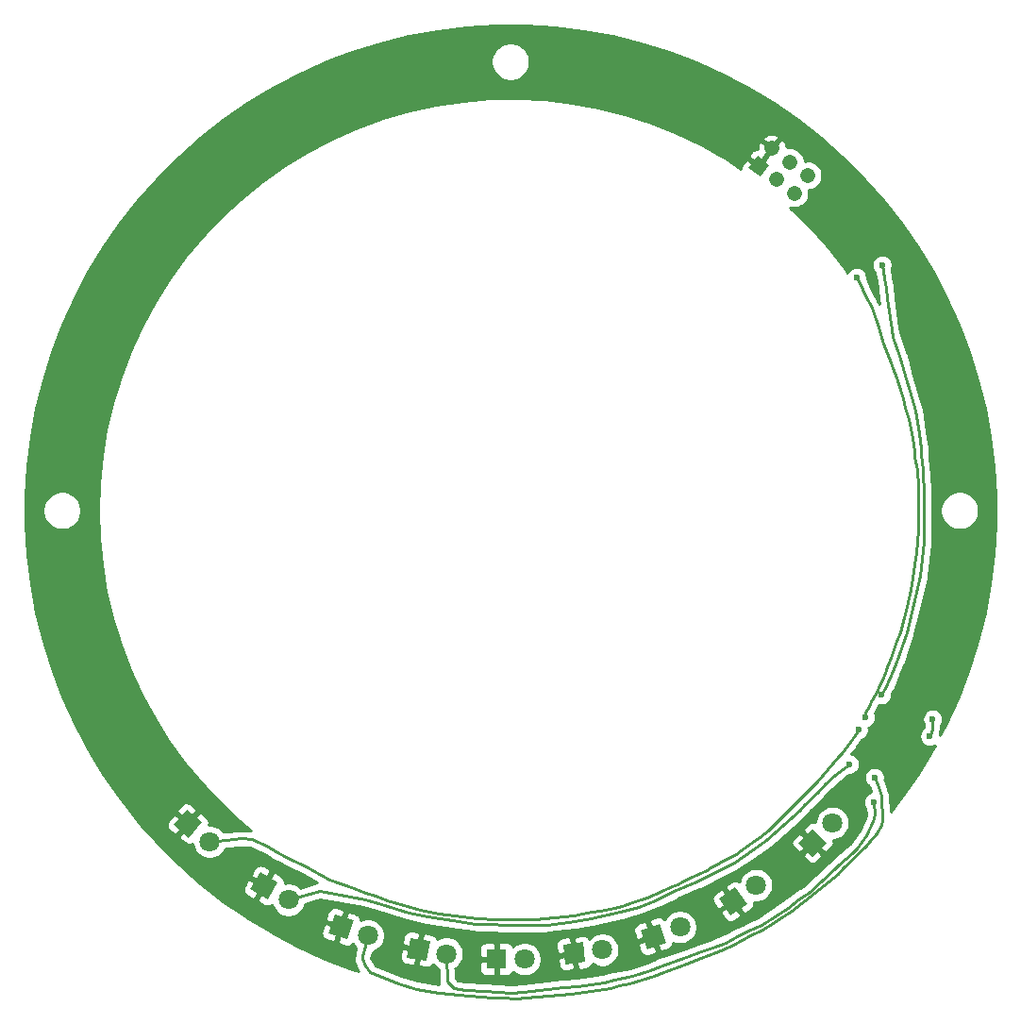
<source format=gbl>
G04 #@! TF.GenerationSoftware,KiCad,Pcbnew,(5.1.5)-3*
G04 #@! TF.CreationDate,2020-01-15T14:34:41+01:00*
G04 #@! TF.ProjectId,ring_pcb_5mm_leds,72696e67-5f70-4636-925f-356d6d5f6c65,rev?*
G04 #@! TF.SameCoordinates,Original*
G04 #@! TF.FileFunction,Copper,L2,Bot*
G04 #@! TF.FilePolarity,Positive*
%FSLAX46Y46*%
G04 Gerber Fmt 4.6, Leading zero omitted, Abs format (unit mm)*
G04 Created by KiCad (PCBNEW (5.1.5)-3) date 2020-01-15 14:34:41*
%MOMM*%
%LPD*%
G04 APERTURE LIST*
%ADD10C,1.350000*%
%ADD11C,0.100000*%
%ADD12C,1.800000*%
%ADD13R,1.800000X1.800000*%
%ADD14C,0.600000*%
%ADD15C,0.250000*%
%ADD16C,0.254000*%
G04 APERTURE END LIST*
D10*
X171601219Y-53160942D02*
X171601219Y-53160942D01*
X170397589Y-54758213D02*
X170397589Y-54758213D01*
X170003948Y-51957312D02*
X170003948Y-51957312D01*
X168800318Y-53554583D02*
X168800318Y-53554583D01*
X168406677Y-50753682D02*
X168406677Y-50753682D01*
G04 #@! TA.AperFunction,ComponentPad*
D11*
G36*
X167335901Y-53296257D02*
G01*
X166257743Y-52483807D01*
X167070193Y-51405649D01*
X168148351Y-52218099D01*
X167335901Y-53296257D01*
G37*
G04 #@! TD.AperFunction*
D12*
X117926800Y-112951634D03*
G04 #@! TA.AperFunction,ComponentPad*
D11*
G36*
X114713098Y-111429884D02*
G01*
X115870116Y-110051004D01*
X117248996Y-111208022D01*
X116091978Y-112586902D01*
X114713098Y-111429884D01*
G37*
G04 #@! TD.AperFunction*
D12*
X173817098Y-111242902D03*
G04 #@! TA.AperFunction,ComponentPad*
D11*
G36*
X172021047Y-114311745D02*
G01*
X170748255Y-113038953D01*
X172021047Y-111766161D01*
X173293839Y-113038953D01*
X172021047Y-114311745D01*
G37*
G04 #@! TD.AperFunction*
D12*
X125000752Y-118158953D03*
G04 #@! TA.AperFunction,ComponentPad*
D11*
G36*
X121571624Y-117218376D02*
G01*
X122471624Y-115659530D01*
X124030470Y-116559530D01*
X123130470Y-118118376D01*
X121571624Y-117218376D01*
G37*
G04 #@! TD.AperFunction*
D12*
X166971693Y-116822069D03*
G04 #@! TA.AperFunction,ComponentPad*
D11*
G36*
X164670029Y-119532409D02*
G01*
X163637591Y-118057935D01*
X165112065Y-117025497D01*
X166144503Y-118499971D01*
X164670029Y-119532409D01*
G37*
G04 #@! TD.AperFunction*
D12*
X132136731Y-121353856D03*
G04 #@! TA.AperFunction,ComponentPad*
D11*
G36*
X128586981Y-121146789D02*
G01*
X129143211Y-119434887D01*
X130855113Y-119991117D01*
X130298883Y-121703019D01*
X128586981Y-121146789D01*
G37*
G04 #@! TD.AperFunction*
D12*
X160132664Y-120602010D03*
G04 #@! TA.AperFunction,ComponentPad*
D11*
G36*
X157173092Y-122572931D02*
G01*
X156587069Y-120870998D01*
X158289002Y-120284975D01*
X158875025Y-121986908D01*
X157173092Y-122572931D01*
G37*
G04 #@! TD.AperFunction*
D12*
X139189775Y-122986297D03*
G04 #@! TA.AperFunction,ComponentPad*
D11*
G36*
X135651336Y-123337081D02*
G01*
X135932919Y-121559242D01*
X137710758Y-121840825D01*
X137429175Y-123618664D01*
X135651336Y-123337081D01*
G37*
G04 #@! TD.AperFunction*
D12*
X153172114Y-122639405D03*
G04 #@! TA.AperFunction,ComponentPad*
D11*
G36*
X149867438Y-123951927D02*
G01*
X149648073Y-122165344D01*
X151434656Y-121945979D01*
X151654021Y-123732562D01*
X149867438Y-123951927D01*
G37*
G04 #@! TD.AperFunction*
D12*
X146201047Y-123478953D03*
D13*
X143661047Y-123478953D03*
D14*
X182535047Y-103468953D03*
X182800047Y-101939953D03*
X180191047Y-104388953D03*
X179721047Y-103198953D03*
X179161047Y-102078953D03*
X178551047Y-103728953D03*
X183581047Y-98918953D03*
X180801047Y-102698953D03*
X177521047Y-109375953D03*
X177573047Y-107161953D03*
X175353047Y-105984953D03*
X176132047Y-102918953D03*
X178237047Y-99736953D03*
X178271047Y-61188953D03*
X176788047Y-101779953D03*
X175991047Y-62298953D03*
D15*
X182734047Y-102821953D02*
X182783047Y-102463953D01*
X182783047Y-102463953D02*
X182800047Y-101939953D01*
X182535047Y-103468953D02*
X182662047Y-103107953D01*
X182662047Y-103107953D02*
X182734047Y-102821953D01*
X139847047Y-126093953D02*
X139265047Y-125510953D01*
X145047047Y-126472953D02*
X142638047Y-126361953D01*
X146066047Y-126384953D02*
X145047047Y-126472953D01*
X150947047Y-125872953D02*
X149679047Y-125974953D01*
X153321047Y-125554953D02*
X150947047Y-125872953D01*
X170743057Y-118098943D02*
X169782047Y-118854953D01*
X158271047Y-124112953D02*
X157444047Y-124470953D01*
X171284047Y-117749953D02*
X170743057Y-118098943D01*
X167468047Y-120375953D02*
X166281047Y-120944953D01*
X171648069Y-117519943D02*
X171284047Y-117749953D01*
X142638047Y-126361953D02*
X140823047Y-126268953D01*
X174072047Y-115321953D02*
X171648069Y-117519943D01*
X177576047Y-110536953D02*
X177464047Y-111081953D01*
X174412047Y-114988953D02*
X174072047Y-115321953D01*
X177464047Y-111081953D02*
X176887047Y-112351953D01*
X163070047Y-122431953D02*
X162029047Y-122804953D01*
X155889047Y-125012953D02*
X154252047Y-125319953D01*
X139265047Y-125510953D02*
X139165542Y-123117049D01*
X175609047Y-113953953D02*
X174412047Y-114988953D01*
X149679047Y-125974953D02*
X146066047Y-126384953D01*
X157444047Y-124470953D02*
X155889047Y-125012953D01*
X140823047Y-126268953D02*
X139847047Y-126093953D01*
X176887047Y-112351953D02*
X175960047Y-113581953D01*
X177521047Y-109375953D02*
X177576047Y-110536953D01*
X175960047Y-113581953D02*
X175609047Y-113953953D01*
X169782047Y-118854953D02*
X167468047Y-120375953D01*
X154252047Y-125319953D02*
X153321047Y-125554953D01*
X166281047Y-120944953D02*
X165429047Y-121356953D01*
X164221047Y-121974953D02*
X163070047Y-122431953D01*
X164626047Y-121785953D02*
X164221047Y-121974953D01*
X162029047Y-122804953D02*
X160661047Y-123291953D01*
X165429047Y-121356953D02*
X164626047Y-121785953D01*
X160661047Y-123291953D02*
X158271047Y-124112953D01*
X131676047Y-123209953D02*
X132136731Y-121353856D01*
X131618047Y-123471953D02*
X131676047Y-123209953D01*
X131866047Y-124039953D02*
X131618047Y-123471953D01*
X132317047Y-124636953D02*
X131866047Y-124039953D01*
X134866047Y-125685953D02*
X132317047Y-124636953D01*
X138492047Y-126488953D02*
X136438047Y-126163953D01*
X139501047Y-126581953D02*
X138492047Y-126488953D01*
X143302047Y-126950953D02*
X140226047Y-126680953D01*
X144268047Y-126936953D02*
X143302047Y-126950953D01*
X145469047Y-126979953D02*
X144268047Y-126936953D01*
X150315047Y-126568953D02*
X146290047Y-126926953D01*
X153904047Y-126045953D02*
X151510047Y-126434953D01*
X151510047Y-126434953D02*
X150315047Y-126568953D01*
X156687047Y-125340953D02*
X155613047Y-125616953D01*
X158621047Y-124613953D02*
X157792047Y-124951953D01*
X171793047Y-117869953D02*
X171358047Y-118191953D01*
X177757047Y-112231953D02*
X177101047Y-112964953D01*
X140226047Y-126680953D02*
X139501047Y-126581953D01*
X174717047Y-115351953D02*
X174285047Y-115790953D01*
X176808047Y-113260953D02*
X174717047Y-115351953D01*
X178226047Y-111430953D02*
X177757047Y-112231953D01*
X177101047Y-112964953D02*
X176808047Y-113260953D01*
X163937047Y-122613953D02*
X163169047Y-122950953D01*
X177877047Y-107816953D02*
X178183047Y-108783953D01*
X136438047Y-126163953D02*
X134866047Y-125685953D01*
X178318047Y-110980953D02*
X178226047Y-111430953D01*
X177573047Y-107161953D02*
X177877047Y-107816953D01*
X178183047Y-108783953D02*
X178318047Y-110980953D01*
X155613047Y-125616953D02*
X154631047Y-125851953D01*
X162222047Y-123285953D02*
X160477047Y-123930953D01*
X174285047Y-115790953D02*
X171793047Y-117869953D01*
X171358047Y-118191953D02*
X171002047Y-118448953D01*
X164931047Y-122208953D02*
X163937047Y-122613953D01*
X171002047Y-118448953D02*
X170165047Y-119105953D01*
X157792047Y-124951953D02*
X156687047Y-125340953D01*
X170165047Y-119105953D02*
X169012047Y-119921953D01*
X166437047Y-121349953D02*
X164931047Y-122208953D01*
X154631047Y-125851953D02*
X153904047Y-126045953D01*
X169012047Y-119921953D02*
X168500047Y-120254953D01*
X167574047Y-120788953D02*
X166437047Y-121349953D01*
X160477047Y-123930953D02*
X158621047Y-124613953D01*
X168500047Y-120254953D02*
X167574047Y-120788953D01*
X146290047Y-126926953D02*
X145469047Y-126979953D01*
X163169047Y-122950953D02*
X162222047Y-123285953D01*
X131872047Y-118074953D02*
X127798047Y-117360953D01*
X133345047Y-118514953D02*
X131872047Y-118074953D01*
X135811047Y-119271953D02*
X133345047Y-118514953D01*
X163463047Y-115598953D02*
X161611047Y-116518953D01*
X164957047Y-114789953D02*
X163463047Y-115598953D01*
X166696047Y-113633953D02*
X164957047Y-114789953D01*
X167903047Y-112815953D02*
X166696047Y-113633953D01*
X127798047Y-117360953D02*
X125000752Y-118158953D01*
X174724047Y-106394953D02*
X174065047Y-106940953D01*
X170883047Y-110105953D02*
X167903047Y-112815953D01*
X145908047Y-120368953D02*
X141746047Y-120282953D01*
X174065047Y-106940953D02*
X173146047Y-107757953D01*
X173146047Y-107757953D02*
X172496047Y-108489953D01*
X175353047Y-105984953D02*
X174724047Y-106394953D01*
X171263047Y-109671953D02*
X170883047Y-110105953D01*
X141746047Y-120282953D02*
X140313047Y-120101953D01*
X137499047Y-119629953D02*
X135811047Y-119271953D01*
X161611047Y-116518953D02*
X159572047Y-117395953D01*
X159572047Y-117395953D02*
X157866047Y-118205953D01*
X157866047Y-118205953D02*
X156417047Y-118757953D01*
X156417047Y-118757953D02*
X154772047Y-119236953D01*
X154772047Y-119236953D02*
X152095047Y-119838953D01*
X152095047Y-119838953D02*
X150720047Y-120059953D01*
X150720047Y-120059953D02*
X148189035Y-120369953D01*
X148189035Y-120369953D02*
X145908047Y-120368953D01*
X172496047Y-108489953D02*
X171263047Y-109671953D01*
X140313047Y-120101953D02*
X137499047Y-119629953D01*
X120804047Y-112654953D02*
X117926800Y-112951634D01*
X121746047Y-112736953D02*
X120804047Y-112654953D01*
X123192047Y-113380953D02*
X121746047Y-112736953D01*
X123805047Y-113763953D02*
X123192047Y-113380953D01*
X124754047Y-114272953D02*
X123805047Y-113763953D01*
X126540047Y-115171953D02*
X124754047Y-114272953D01*
X128697047Y-116349953D02*
X126540047Y-115171953D01*
X130910047Y-117112953D02*
X128697047Y-116349953D01*
X131923047Y-117521953D02*
X130910047Y-117112953D01*
X132824047Y-117808953D02*
X131923047Y-117521953D01*
X133857047Y-118237953D02*
X132824047Y-117808953D01*
X135979047Y-118812953D02*
X133857047Y-118237953D01*
X136801047Y-119045953D02*
X135979047Y-118812953D01*
X162912047Y-115221953D02*
X162523047Y-115456953D01*
X169836047Y-110148953D02*
X169806047Y-110148953D01*
X165130047Y-114017953D02*
X164651047Y-114312953D01*
X166174047Y-113269953D02*
X165623047Y-113696953D01*
X166763047Y-112863953D02*
X166174047Y-113269953D01*
X158317047Y-117425953D02*
X157949047Y-117572953D01*
X167291047Y-112507953D02*
X166763047Y-112863953D01*
X164651047Y-114312953D02*
X163997047Y-114648953D01*
X167684047Y-112213953D02*
X167291047Y-112507953D01*
X168036047Y-111920953D02*
X167684047Y-112213953D01*
X163373047Y-114955953D02*
X162912047Y-115221953D01*
X174345047Y-105334953D02*
X172432047Y-107529953D01*
X163997047Y-114648953D02*
X163373047Y-114955953D01*
X174630047Y-104992953D02*
X174345047Y-105334953D01*
X175378047Y-103988953D02*
X174630047Y-104992953D01*
X170504047Y-109482953D02*
X170502047Y-109482953D01*
X168109047Y-111845953D02*
X168036047Y-111920953D01*
X156955047Y-118001953D02*
X156574047Y-118137953D01*
X176132047Y-102918953D02*
X175839047Y-103362953D01*
X165623047Y-113696953D02*
X165130047Y-114017953D01*
X172432047Y-107529953D02*
X171967047Y-108019953D01*
X171967047Y-108019953D02*
X170504047Y-109482953D01*
X175839047Y-103362953D02*
X175378047Y-103988953D01*
X170502047Y-109482953D02*
X169836047Y-110148953D01*
X169806047Y-110148953D02*
X168109047Y-111845953D01*
X162523047Y-115456953D02*
X161746047Y-115804953D01*
X161746047Y-115804953D02*
X161053047Y-116184953D01*
X157740047Y-117683953D02*
X157345047Y-117861953D01*
X161053047Y-116184953D02*
X160309047Y-116523953D01*
X151371047Y-119420953D02*
X150622047Y-119531953D01*
X160309047Y-116523953D02*
X159890047Y-116743953D01*
X159890047Y-116743953D02*
X159381047Y-116928953D01*
X159381047Y-116928953D02*
X158317047Y-117425953D01*
X157345047Y-117861953D02*
X156955047Y-118001953D01*
X157949047Y-117572953D02*
X157740047Y-117683953D01*
X156574047Y-118137953D02*
X155862047Y-118370953D01*
X155862047Y-118370953D02*
X154904047Y-118702953D01*
X154904047Y-118702953D02*
X154217047Y-118849953D01*
X154217047Y-118849953D02*
X153013047Y-119095953D01*
X150622047Y-119531953D02*
X148854047Y-119752953D01*
X153013047Y-119095953D02*
X152194047Y-119248953D01*
X152194047Y-119248953D02*
X151371047Y-119420953D01*
X148854047Y-119752953D02*
X147172047Y-119924953D01*
X147172047Y-119924953D02*
X143698047Y-119913953D01*
X143698047Y-119913953D02*
X141982047Y-119819953D01*
X141982047Y-119819953D02*
X138459047Y-119389953D01*
X138459047Y-119389953D02*
X136801047Y-119045953D01*
X180721047Y-72458953D02*
X181239047Y-74224953D01*
X179221047Y-67678953D02*
X179811047Y-69308953D01*
X180101047Y-70218953D02*
X180381047Y-71348953D01*
X179811047Y-69308953D02*
X180101047Y-70218953D01*
X178653047Y-98980953D02*
X178237047Y-99736953D01*
X179101047Y-67008953D02*
X179221047Y-67678953D01*
X178601047Y-63218953D02*
X178711047Y-64208953D01*
X182036047Y-86040953D02*
X181702047Y-89096953D01*
X180381047Y-71348953D02*
X180721047Y-72458953D01*
X178331047Y-61718953D02*
X178491047Y-62428953D01*
X179219047Y-97666953D02*
X178653047Y-98980953D01*
X178271047Y-61188953D02*
X178331047Y-61718953D01*
X178491047Y-62428953D02*
X178601047Y-63218953D01*
X178711047Y-64208953D02*
X179101047Y-67008953D01*
X181797047Y-78162953D02*
X181889047Y-79602953D01*
X181551047Y-76282953D02*
X181730047Y-77682953D01*
X181239047Y-74224953D02*
X181551047Y-76282953D01*
X181730047Y-77682953D02*
X181797047Y-78162953D01*
X181889047Y-79602953D02*
X181996047Y-81824953D01*
X181996047Y-81824953D02*
X182049047Y-83350953D01*
X182049047Y-83350953D02*
X182036047Y-86040953D01*
X181702047Y-89096953D02*
X180454047Y-94163953D01*
X180454047Y-94163953D02*
X179563047Y-96784953D01*
X179563047Y-96784953D02*
X179219047Y-97666953D01*
X176211047Y-62688953D02*
X175991047Y-62298953D01*
X176421047Y-63138953D02*
X176211047Y-62688953D01*
X176621047Y-63588953D02*
X176421047Y-63138953D01*
X176941047Y-64268953D02*
X176621047Y-63588953D01*
X177171047Y-64698953D02*
X176941047Y-64268953D01*
X177321047Y-65038953D02*
X177171047Y-64698953D01*
X177501047Y-65568953D02*
X177321047Y-65038953D01*
X177681047Y-66088953D02*
X177501047Y-65568953D01*
X177841047Y-66508953D02*
X177681047Y-66088953D01*
X178131047Y-67378953D02*
X177841047Y-66508953D01*
X178377047Y-68234953D02*
X178131047Y-67378953D01*
X179018444Y-69969350D02*
X178377047Y-68234953D01*
X180741194Y-90645099D02*
X180804041Y-90342660D01*
X180746292Y-90650198D02*
X180741194Y-90645099D01*
X181063047Y-77322953D02*
X180971047Y-76715953D01*
X180405047Y-92226953D02*
X180746292Y-90650198D01*
X180248047Y-92816953D02*
X180405047Y-92226953D01*
X181376047Y-86993953D02*
X181491047Y-85036953D01*
X179582567Y-94916712D02*
X179885047Y-94125953D01*
X178869536Y-96850421D02*
X179146047Y-96179953D01*
X176976047Y-100957953D02*
X177153047Y-100559953D01*
X179419280Y-95391923D02*
X179582567Y-94916712D01*
X178867706Y-96851221D02*
X178869536Y-96850421D01*
X180971047Y-76715953D02*
X180790047Y-75865953D01*
X178724445Y-97206281D02*
X178867706Y-96851221D01*
X178722608Y-97207061D02*
X178724445Y-97206281D01*
X177153047Y-100559953D02*
X177284027Y-100335933D01*
X179885047Y-94125953D02*
X180248047Y-92816953D01*
X179146047Y-96179953D02*
X179419280Y-95391923D01*
X176855047Y-101175953D02*
X176976047Y-100957953D01*
X178051047Y-98901953D02*
X178347047Y-98210953D01*
X181491047Y-85036953D02*
X181513047Y-84584953D01*
X176788047Y-101779953D02*
X176788047Y-101355689D01*
X177445047Y-100055953D02*
X177755047Y-99493953D01*
X178585047Y-97537934D02*
X178722608Y-97207061D01*
X176788047Y-101355689D02*
X176855047Y-101175953D01*
X180314184Y-73965124D02*
X180119047Y-73141953D01*
X177284027Y-100335933D02*
X177445047Y-100055953D01*
X181187456Y-88073866D02*
X181376047Y-86993953D01*
X177755047Y-99493953D02*
X178051047Y-98901953D01*
X178347047Y-98210953D02*
X178585047Y-97537934D01*
X180804041Y-90342660D02*
X180802946Y-90340991D01*
X180802946Y-90340991D02*
X181025047Y-89264953D01*
X181025047Y-89264953D02*
X181187456Y-88073866D01*
X181513047Y-84584953D02*
X181504098Y-82627004D01*
X181504098Y-82627004D02*
X181498000Y-82620906D01*
X181498000Y-82620906D02*
X181494047Y-81612953D01*
X181494047Y-81612953D02*
X181472047Y-80999953D01*
X181472047Y-80999953D02*
X181381047Y-79615953D01*
X181381047Y-79615953D02*
X181187595Y-78427501D01*
X181187595Y-78427501D02*
X181133047Y-77905953D01*
X181133047Y-77905953D02*
X181063047Y-77322953D01*
X179203084Y-70452990D02*
X179096047Y-70165953D01*
X180790047Y-75865953D02*
X180622047Y-75038953D01*
X180622047Y-75038953D02*
X180314184Y-73965124D01*
X180119047Y-73141953D02*
X179940892Y-72642826D01*
X179096047Y-70165953D02*
X179018444Y-69969350D01*
X179940892Y-72642826D02*
X179538047Y-71320953D01*
X179538047Y-71320953D02*
X179203084Y-70452990D01*
D16*
G36*
X148866445Y-39883180D02*
G01*
X151475849Y-40200019D01*
X154061362Y-40673832D01*
X156613550Y-41302890D01*
X159123100Y-42084898D01*
X161580856Y-43017001D01*
X163977848Y-44095800D01*
X166305330Y-45317357D01*
X168554811Y-46677215D01*
X170718081Y-48170413D01*
X172787248Y-49791501D01*
X174754760Y-51534565D01*
X176613440Y-53393245D01*
X178356504Y-55360757D01*
X179977592Y-57429924D01*
X181470790Y-59593194D01*
X182830648Y-61842675D01*
X184052205Y-64170157D01*
X185131004Y-66567149D01*
X186063107Y-69024905D01*
X186845115Y-71534455D01*
X187474173Y-74086643D01*
X187947986Y-76672156D01*
X188264825Y-79281560D01*
X188423534Y-81905334D01*
X188423534Y-84533904D01*
X188264825Y-87157678D01*
X187947986Y-89767082D01*
X187474173Y-92352595D01*
X186845115Y-94904783D01*
X186063107Y-97414333D01*
X185131004Y-99872089D01*
X184052205Y-102269081D01*
X183470047Y-103378290D01*
X183470047Y-103376864D01*
X183434115Y-103196224D01*
X183427536Y-103180341D01*
X183453941Y-103075457D01*
X183455927Y-103071132D01*
X183472195Y-103002948D01*
X183480165Y-102971289D01*
X183480865Y-102966608D01*
X183481964Y-102962002D01*
X183486391Y-102929656D01*
X183496759Y-102860330D01*
X183496531Y-102855574D01*
X183526158Y-102639113D01*
X183526825Y-102637147D01*
X183536283Y-102565138D01*
X183541089Y-102530027D01*
X183541168Y-102527953D01*
X183541436Y-102525909D01*
X183541865Y-102512700D01*
X183628633Y-102382842D01*
X183699115Y-102212682D01*
X183735047Y-102032042D01*
X183735047Y-101847864D01*
X183699115Y-101667224D01*
X183628633Y-101497064D01*
X183526309Y-101343925D01*
X183396075Y-101213691D01*
X183242936Y-101111367D01*
X183072776Y-101040885D01*
X182892136Y-101004953D01*
X182707958Y-101004953D01*
X182527318Y-101040885D01*
X182357158Y-101111367D01*
X182204019Y-101213691D01*
X182073785Y-101343925D01*
X181971461Y-101497064D01*
X181900979Y-101667224D01*
X181865047Y-101847864D01*
X181865047Y-102032042D01*
X181900979Y-102212682D01*
X181971461Y-102382842D01*
X182017610Y-102451910D01*
X181986772Y-102677214D01*
X181976612Y-102717572D01*
X181939019Y-102742691D01*
X181808785Y-102872925D01*
X181706461Y-103026064D01*
X181635979Y-103196224D01*
X181600047Y-103376864D01*
X181600047Y-103561042D01*
X181635979Y-103741682D01*
X181706461Y-103911842D01*
X181808785Y-104064981D01*
X181939019Y-104195215D01*
X182092158Y-104297539D01*
X182262318Y-104368021D01*
X182442958Y-104403953D01*
X182627136Y-104403953D01*
X182807776Y-104368021D01*
X182977936Y-104297539D01*
X182992801Y-104287607D01*
X182830648Y-104596563D01*
X181470790Y-106846044D01*
X179977592Y-109009314D01*
X179032456Y-110215691D01*
X178942767Y-108756084D01*
X178942097Y-108700024D01*
X178930450Y-108644916D01*
X178921502Y-108589310D01*
X178901971Y-108536768D01*
X178620761Y-107648109D01*
X178619163Y-107636771D01*
X178598208Y-107576839D01*
X178590370Y-107552070D01*
X178585891Y-107541612D01*
X178582133Y-107530864D01*
X178571189Y-107507283D01*
X178546200Y-107448937D01*
X178539727Y-107439495D01*
X178491729Y-107336078D01*
X178508047Y-107254042D01*
X178508047Y-107069864D01*
X178472115Y-106889224D01*
X178401633Y-106719064D01*
X178299309Y-106565925D01*
X178169075Y-106435691D01*
X178015936Y-106333367D01*
X177845776Y-106262885D01*
X177665136Y-106226953D01*
X177480958Y-106226953D01*
X177300318Y-106262885D01*
X177130158Y-106333367D01*
X176977019Y-106435691D01*
X176846785Y-106565925D01*
X176744461Y-106719064D01*
X176673979Y-106889224D01*
X176638047Y-107069864D01*
X176638047Y-107254042D01*
X176673979Y-107434682D01*
X176744461Y-107604842D01*
X176846785Y-107757981D01*
X176977019Y-107888215D01*
X177115067Y-107980455D01*
X177167161Y-108092697D01*
X177286341Y-108469322D01*
X177248318Y-108476885D01*
X177078158Y-108547367D01*
X176925019Y-108649691D01*
X176794785Y-108779925D01*
X176692461Y-108933064D01*
X176621979Y-109103224D01*
X176586047Y-109283864D01*
X176586047Y-109468042D01*
X176621979Y-109648682D01*
X176692461Y-109818842D01*
X176787946Y-109961745D01*
X176812379Y-110477521D01*
X176736793Y-110845327D01*
X176229739Y-111961373D01*
X175378417Y-113090961D01*
X175082759Y-113404307D01*
X173925341Y-114405083D01*
X173906937Y-114419869D01*
X173897113Y-114429490D01*
X173886719Y-114438478D01*
X173870470Y-114455585D01*
X173550728Y-114768744D01*
X171186385Y-116912661D01*
X170906622Y-117089431D01*
X170903432Y-117091071D01*
X170875014Y-117109403D01*
X170846524Y-117127405D01*
X170843704Y-117129602D01*
X170332617Y-117459302D01*
X170302496Y-117478540D01*
X170301135Y-117479610D01*
X170299699Y-117480537D01*
X170272024Y-117502512D01*
X169337575Y-118237627D01*
X167093375Y-119712749D01*
X165985025Y-120244048D01*
X165983798Y-120244499D01*
X165951191Y-120260267D01*
X165918864Y-120275763D01*
X165917757Y-120276434D01*
X165118008Y-120663167D01*
X165103851Y-120669028D01*
X165084409Y-120679415D01*
X165064579Y-120689004D01*
X165051515Y-120696989D01*
X164286048Y-121105938D01*
X163919876Y-121276818D01*
X162801574Y-121720836D01*
X161773378Y-122089248D01*
X160410168Y-122574543D01*
X158031493Y-123391653D01*
X158003386Y-123400667D01*
X157996216Y-123403771D01*
X157988830Y-123406308D01*
X157961998Y-123418584D01*
X157167664Y-123762444D01*
X155692833Y-124276501D01*
X154125515Y-124570434D01*
X154102241Y-124573929D01*
X154088842Y-124577311D01*
X154075267Y-124579857D01*
X154052683Y-124586438D01*
X153177126Y-124807444D01*
X150866074Y-125117012D01*
X149642898Y-125215406D01*
X149630447Y-125215591D01*
X149605716Y-125218397D01*
X149580896Y-125220394D01*
X149568635Y-125222605D01*
X145990491Y-125628650D01*
X145031780Y-125711443D01*
X142674979Y-125602849D01*
X140909907Y-125512407D01*
X140216212Y-125388026D01*
X140012094Y-125183558D01*
X139978651Y-124378953D01*
X142122975Y-124378953D01*
X142135235Y-124503435D01*
X142171545Y-124623133D01*
X142230510Y-124733447D01*
X142309862Y-124830138D01*
X142406553Y-124909490D01*
X142516867Y-124968455D01*
X142636565Y-125004765D01*
X142761047Y-125017025D01*
X143375297Y-125013953D01*
X143534047Y-124855203D01*
X143534047Y-123605953D01*
X142284797Y-123605953D01*
X142126047Y-123764703D01*
X142122975Y-124378953D01*
X139978651Y-124378953D01*
X139975672Y-124307306D01*
X140168280Y-124178609D01*
X140382087Y-123964802D01*
X140550074Y-123713392D01*
X140665786Y-123434040D01*
X140724775Y-123137481D01*
X140724775Y-122835113D01*
X140673822Y-122578953D01*
X142122975Y-122578953D01*
X142126047Y-123193203D01*
X142284797Y-123351953D01*
X143534047Y-123351953D01*
X143534047Y-122102703D01*
X143788047Y-122102703D01*
X143788047Y-123351953D01*
X143808047Y-123351953D01*
X143808047Y-123605953D01*
X143788047Y-123605953D01*
X143788047Y-124855203D01*
X143946797Y-125013953D01*
X144561047Y-125017025D01*
X144685529Y-125004765D01*
X144805227Y-124968455D01*
X144915541Y-124909490D01*
X145012232Y-124830138D01*
X145091584Y-124733447D01*
X145150549Y-124623133D01*
X145156103Y-124604826D01*
X145222542Y-124671265D01*
X145473952Y-124839252D01*
X145753304Y-124954964D01*
X146049863Y-125013953D01*
X146352231Y-125013953D01*
X146648790Y-124954964D01*
X146928142Y-124839252D01*
X147179552Y-124671265D01*
X147393359Y-124457458D01*
X147561346Y-124206048D01*
X147677058Y-123926696D01*
X147736047Y-123630137D01*
X147736047Y-123419643D01*
X149162313Y-123419643D01*
X149234122Y-124029688D01*
X149261461Y-124151748D01*
X149312088Y-124266129D01*
X149384057Y-124368435D01*
X149474602Y-124454735D01*
X149580242Y-124521711D01*
X149696920Y-124566793D01*
X149820151Y-124588245D01*
X149945199Y-124585243D01*
X150554496Y-124507336D01*
X150692716Y-124330422D01*
X150540471Y-123090484D01*
X149300533Y-123242729D01*
X149162313Y-123419643D01*
X147736047Y-123419643D01*
X147736047Y-123327769D01*
X147677058Y-123031210D01*
X147561346Y-122751858D01*
X147393359Y-122500448D01*
X147179552Y-122286641D01*
X146928142Y-122118654D01*
X146926701Y-122118057D01*
X149011755Y-122118057D01*
X149014757Y-122243105D01*
X149092664Y-122852402D01*
X149269578Y-122990622D01*
X150509516Y-122838377D01*
X150357271Y-121598439D01*
X150317651Y-121567484D01*
X150609378Y-121567484D01*
X150761623Y-122807422D01*
X150781474Y-122804985D01*
X150812429Y-123057092D01*
X150792578Y-123059529D01*
X150944823Y-124299467D01*
X151121737Y-124437687D01*
X151731782Y-124365878D01*
X151853842Y-124338539D01*
X151968223Y-124287912D01*
X152070529Y-124215943D01*
X152156829Y-124125398D01*
X152223805Y-124019758D01*
X152268887Y-123903080D01*
X152272172Y-123884211D01*
X152445019Y-123999704D01*
X152724371Y-124115416D01*
X153020930Y-124174405D01*
X153323298Y-124174405D01*
X153619857Y-124115416D01*
X153899209Y-123999704D01*
X154150619Y-123831717D01*
X154364426Y-123617910D01*
X154532413Y-123366500D01*
X154648125Y-123087148D01*
X154707114Y-122790589D01*
X154707114Y-122488221D01*
X154649562Y-122198882D01*
X156372707Y-122198882D01*
X156569783Y-122780667D01*
X156621902Y-122894376D01*
X156695204Y-122995731D01*
X156786871Y-123080838D01*
X156893379Y-123146426D01*
X157010637Y-123189976D01*
X157134138Y-123209813D01*
X157259136Y-123205175D01*
X157380828Y-123176240D01*
X157960612Y-122973355D01*
X158059029Y-122771570D01*
X157652313Y-121590381D01*
X156471124Y-121997097D01*
X156372707Y-122198882D01*
X154649562Y-122198882D01*
X154648125Y-122191662D01*
X154532413Y-121912310D01*
X154364426Y-121660900D01*
X154150619Y-121447093D01*
X153899209Y-121279106D01*
X153619857Y-121163394D01*
X153323298Y-121104405D01*
X153020930Y-121104405D01*
X152724371Y-121163394D01*
X152445019Y-121279106D01*
X152193609Y-121447093D01*
X151995811Y-121644891D01*
X151990006Y-121631777D01*
X151918037Y-121529471D01*
X151827492Y-121443171D01*
X151721852Y-121376195D01*
X151605174Y-121331113D01*
X151481943Y-121309661D01*
X151356895Y-121312663D01*
X150747598Y-121390570D01*
X150609378Y-121567484D01*
X150317651Y-121567484D01*
X150180357Y-121460219D01*
X149570312Y-121532028D01*
X149448252Y-121559367D01*
X149333871Y-121609994D01*
X149231565Y-121681963D01*
X149145265Y-121772508D01*
X149078289Y-121878148D01*
X149033207Y-121994826D01*
X149011755Y-122118057D01*
X146926701Y-122118057D01*
X146648790Y-122002942D01*
X146352231Y-121943953D01*
X146049863Y-121943953D01*
X145753304Y-122002942D01*
X145473952Y-122118654D01*
X145222542Y-122286641D01*
X145156103Y-122353080D01*
X145150549Y-122334773D01*
X145091584Y-122224459D01*
X145012232Y-122127768D01*
X144915541Y-122048416D01*
X144805227Y-121989451D01*
X144685529Y-121953141D01*
X144561047Y-121940881D01*
X143946797Y-121943953D01*
X143788047Y-122102703D01*
X143534047Y-122102703D01*
X143375297Y-121943953D01*
X142761047Y-121940881D01*
X142636565Y-121953141D01*
X142516867Y-121989451D01*
X142406553Y-122048416D01*
X142309862Y-122127768D01*
X142230510Y-122224459D01*
X142171545Y-122334773D01*
X142135235Y-122454471D01*
X142122975Y-122578953D01*
X140673822Y-122578953D01*
X140665786Y-122538554D01*
X140550074Y-122259202D01*
X140382087Y-122007792D01*
X140168280Y-121793985D01*
X139916870Y-121625998D01*
X139637518Y-121510286D01*
X139340959Y-121451297D01*
X139038591Y-121451297D01*
X138742032Y-121510286D01*
X138462680Y-121625998D01*
X138333983Y-121711991D01*
X138331200Y-121691869D01*
X138290218Y-121573689D01*
X138226969Y-121465775D01*
X138143881Y-121372274D01*
X138044150Y-121296778D01*
X137931606Y-121242191D01*
X137810574Y-121210608D01*
X137203406Y-121117553D01*
X137021776Y-121249514D01*
X136826351Y-122483384D01*
X136846105Y-122486513D01*
X136806370Y-122737386D01*
X136786616Y-122734257D01*
X136591190Y-123968126D01*
X136723152Y-124149756D01*
X137329359Y-124248880D01*
X137454226Y-124256244D01*
X137578131Y-124239106D01*
X137696311Y-124198124D01*
X137804225Y-124134875D01*
X137897726Y-124051787D01*
X137973222Y-123952056D01*
X137979836Y-123938421D01*
X137997463Y-123964802D01*
X138211270Y-124178609D01*
X138455803Y-124342001D01*
X138503482Y-125489057D01*
X138501371Y-125510298D01*
X138506584Y-125563695D01*
X138507254Y-125579816D01*
X138510209Y-125600831D01*
X138515917Y-125659296D01*
X138520617Y-125674838D01*
X138522878Y-125690916D01*
X138535250Y-125726335D01*
X136608803Y-125421517D01*
X135121792Y-124969360D01*
X132798297Y-124013163D01*
X132526607Y-123653522D01*
X132413566Y-123394620D01*
X132415994Y-123383651D01*
X132421335Y-123362132D01*
X135013756Y-123362132D01*
X135030894Y-123486037D01*
X135071876Y-123604217D01*
X135135125Y-123712131D01*
X135218213Y-123805632D01*
X135317944Y-123881128D01*
X135430488Y-123935715D01*
X135551520Y-123967298D01*
X136158688Y-124060353D01*
X136340318Y-123928392D01*
X136535743Y-122694522D01*
X135301874Y-122499096D01*
X135120244Y-122631058D01*
X135021120Y-123237265D01*
X135013756Y-123362132D01*
X132421335Y-123362132D01*
X132551832Y-122836360D01*
X132584474Y-122829867D01*
X132863826Y-122714155D01*
X133115236Y-122546168D01*
X133329043Y-122332361D01*
X133497030Y-122080951D01*
X133502976Y-122066594D01*
X135209647Y-122066594D01*
X135341608Y-122248224D01*
X136575478Y-122443649D01*
X136770904Y-121209780D01*
X136638942Y-121028150D01*
X136032735Y-120929026D01*
X135907868Y-120921662D01*
X135783963Y-120938800D01*
X135665783Y-120979782D01*
X135557869Y-121043031D01*
X135464368Y-121126119D01*
X135388872Y-121225850D01*
X135334285Y-121338394D01*
X135302702Y-121459426D01*
X135209647Y-122066594D01*
X133502976Y-122066594D01*
X133612742Y-121801599D01*
X133671731Y-121505040D01*
X133671731Y-121202672D01*
X133612742Y-120906113D01*
X133497030Y-120626761D01*
X133329043Y-120375351D01*
X133115236Y-120161544D01*
X132863826Y-119993557D01*
X132584474Y-119877845D01*
X132287915Y-119818856D01*
X131985547Y-119818856D01*
X131688988Y-119877845D01*
X131490849Y-119959917D01*
X131491219Y-119941055D01*
X131469229Y-119817919D01*
X131423639Y-119701439D01*
X131356202Y-119596091D01*
X131269508Y-119505923D01*
X131166889Y-119434402D01*
X131052288Y-119384275D01*
X130467152Y-119197383D01*
X130267116Y-119299307D01*
X129881076Y-120487414D01*
X129900097Y-120493594D01*
X129821608Y-120735163D01*
X129802586Y-120728982D01*
X129416547Y-121917090D01*
X129518470Y-122117126D01*
X130101707Y-122309862D01*
X130223885Y-122336669D01*
X130348945Y-122339125D01*
X130472081Y-122317135D01*
X130588561Y-122271545D01*
X130693909Y-122204108D01*
X130784077Y-122117414D01*
X130792613Y-122105167D01*
X130944419Y-122332361D01*
X131077721Y-122465663D01*
X130945092Y-123000028D01*
X130942081Y-123009236D01*
X130936094Y-123036281D01*
X130929435Y-123063110D01*
X130928037Y-123072676D01*
X130880749Y-123286289D01*
X130866353Y-123337204D01*
X130861647Y-123396488D01*
X130854547Y-123455527D01*
X130855734Y-123470982D01*
X130854507Y-123486440D01*
X130861457Y-123545491D01*
X130866012Y-123604794D01*
X130870195Y-123619732D01*
X130872006Y-123635121D01*
X130890341Y-123691680D01*
X130906379Y-123748955D01*
X130930311Y-123796143D01*
X131160536Y-124323429D01*
X131178605Y-124372556D01*
X131209935Y-124423794D01*
X131239237Y-124476199D01*
X131273202Y-124516021D01*
X131279569Y-124524448D01*
X130733672Y-124354340D01*
X128275916Y-123422237D01*
X125878924Y-122343438D01*
X123694286Y-121196851D01*
X127950875Y-121196851D01*
X127972865Y-121319987D01*
X128018455Y-121436467D01*
X128085892Y-121541815D01*
X128172586Y-121631983D01*
X128275205Y-121703504D01*
X128389806Y-121753631D01*
X128974942Y-121940523D01*
X129174978Y-121838599D01*
X129561018Y-120650492D01*
X128372910Y-120264453D01*
X128172874Y-120366376D01*
X127980138Y-120949613D01*
X127953331Y-121071791D01*
X127950875Y-121196851D01*
X123694286Y-121196851D01*
X123551442Y-121121881D01*
X121402578Y-119822848D01*
X128349477Y-119822848D01*
X128451401Y-120022884D01*
X129639508Y-120408924D01*
X130025547Y-119220816D01*
X129923624Y-119020780D01*
X129340387Y-118828044D01*
X129218209Y-118801237D01*
X129093149Y-118798781D01*
X128970013Y-118820771D01*
X128853533Y-118866361D01*
X128748185Y-118933798D01*
X128658017Y-119020492D01*
X128586496Y-119123111D01*
X128536369Y-119237712D01*
X128349477Y-119822848D01*
X121402578Y-119822848D01*
X121301961Y-119762023D01*
X119138691Y-118268825D01*
X117851159Y-117260108D01*
X120934919Y-117260108D01*
X120955294Y-117383521D01*
X120999355Y-117500587D01*
X121065407Y-117606810D01*
X121150914Y-117698104D01*
X121252588Y-117770962D01*
X121786080Y-118075427D01*
X122002937Y-118017320D01*
X122627562Y-116935438D01*
X121545680Y-116310813D01*
X121328823Y-116368920D01*
X121019038Y-116899340D01*
X120967414Y-117013274D01*
X120939010Y-117135091D01*
X120934919Y-117260108D01*
X117851159Y-117260108D01*
X117069524Y-116647737D01*
X116196140Y-115873986D01*
X121614573Y-115873986D01*
X121672680Y-116090843D01*
X122754562Y-116715468D01*
X123379187Y-115633586D01*
X123321080Y-115416729D01*
X122790660Y-115106944D01*
X122676726Y-115055320D01*
X122554909Y-115026916D01*
X122429892Y-115022825D01*
X122306479Y-115043200D01*
X122189413Y-115087261D01*
X122083190Y-115153313D01*
X121991896Y-115238820D01*
X121919038Y-115340494D01*
X121614573Y-115873986D01*
X116196140Y-115873986D01*
X115102012Y-114904673D01*
X113243332Y-113045993D01*
X111860852Y-111485496D01*
X114077454Y-111485496D01*
X114100517Y-111608435D01*
X114147121Y-111724513D01*
X114215475Y-111829268D01*
X114302953Y-111918676D01*
X114775471Y-112311155D01*
X114999123Y-112291588D01*
X115802125Y-111334607D01*
X114845144Y-110531604D01*
X114621492Y-110551171D01*
X114224307Y-111019739D01*
X114153683Y-111122979D01*
X114104558Y-111238012D01*
X114078819Y-111360420D01*
X114077454Y-111485496D01*
X111860852Y-111485496D01*
X111500268Y-111078481D01*
X110744158Y-110113377D01*
X114988845Y-110113377D01*
X115008412Y-110337029D01*
X115965393Y-111140031D01*
X116768396Y-110183050D01*
X116748829Y-109959398D01*
X116280261Y-109562213D01*
X116177021Y-109491589D01*
X116061988Y-109442464D01*
X115939580Y-109416725D01*
X115814504Y-109415360D01*
X115691565Y-109438423D01*
X115575487Y-109485027D01*
X115470732Y-109553381D01*
X115381324Y-109640859D01*
X114988845Y-110113377D01*
X110744158Y-110113377D01*
X109879180Y-109009314D01*
X108385982Y-106846044D01*
X107026124Y-104596563D01*
X105804567Y-102269081D01*
X104725768Y-99872089D01*
X103793665Y-97414333D01*
X103011657Y-94904783D01*
X102382599Y-92352595D01*
X101908786Y-89767082D01*
X101591947Y-87157678D01*
X101433238Y-84533904D01*
X101433238Y-83048736D01*
X102943386Y-83048736D01*
X102943386Y-83390502D01*
X103010061Y-83725700D01*
X103140849Y-84041450D01*
X103330723Y-84325617D01*
X103572388Y-84567282D01*
X103856555Y-84757156D01*
X104172305Y-84887944D01*
X104507503Y-84954619D01*
X104849269Y-84954619D01*
X105184467Y-84887944D01*
X105500217Y-84757156D01*
X105784384Y-84567282D01*
X106026049Y-84325617D01*
X106215923Y-84041450D01*
X106346711Y-83725700D01*
X106413386Y-83390502D01*
X106413386Y-83219619D01*
X107923386Y-83219619D01*
X108004293Y-85665301D01*
X108246659Y-88100289D01*
X108649425Y-90513935D01*
X109210830Y-92895684D01*
X109928419Y-95235123D01*
X110799054Y-97522021D01*
X111818927Y-99746378D01*
X112983580Y-101898468D01*
X114287919Y-103968880D01*
X115726241Y-105948560D01*
X117292257Y-107828853D01*
X118979119Y-109601536D01*
X120779450Y-111258858D01*
X121658168Y-111966430D01*
X120909712Y-111901277D01*
X120875422Y-111894620D01*
X120835339Y-111894803D01*
X120832762Y-111894579D01*
X120797918Y-111894974D01*
X120763230Y-111895133D01*
X120760669Y-111895397D01*
X120720577Y-111895852D01*
X120686391Y-111903056D01*
X119176331Y-112058762D01*
X119119112Y-111973129D01*
X118905305Y-111759322D01*
X118653895Y-111591335D01*
X118374543Y-111475623D01*
X118077984Y-111416634D01*
X117850387Y-111416634D01*
X117857536Y-111399894D01*
X117883275Y-111277486D01*
X117884640Y-111152410D01*
X117861577Y-111029471D01*
X117814973Y-110913393D01*
X117746619Y-110808638D01*
X117659141Y-110719230D01*
X117186623Y-110326751D01*
X116962971Y-110346318D01*
X116159969Y-111303299D01*
X116175290Y-111316155D01*
X116012021Y-111510730D01*
X115996701Y-111497875D01*
X115193698Y-112454856D01*
X115213265Y-112678508D01*
X115681833Y-113075693D01*
X115785073Y-113146317D01*
X115900106Y-113195442D01*
X116022514Y-113221181D01*
X116147590Y-113222546D01*
X116270529Y-113199483D01*
X116386607Y-113152879D01*
X116400017Y-113144129D01*
X116450789Y-113399377D01*
X116566501Y-113678729D01*
X116734488Y-113930139D01*
X116948295Y-114143946D01*
X117199705Y-114311933D01*
X117479057Y-114427645D01*
X117775616Y-114486634D01*
X118077984Y-114486634D01*
X118374543Y-114427645D01*
X118653895Y-114311933D01*
X118905305Y-114143946D01*
X119119112Y-113930139D01*
X119287099Y-113678729D01*
X119331810Y-113570788D01*
X120810122Y-113418356D01*
X121553224Y-113483042D01*
X122834365Y-114053619D01*
X123392044Y-114402056D01*
X123412927Y-114416053D01*
X123423660Y-114421810D01*
X123434003Y-114428272D01*
X123456556Y-114439454D01*
X124370640Y-114929726D01*
X124378995Y-114935017D01*
X124403531Y-114947367D01*
X124427725Y-114960344D01*
X124436852Y-114964140D01*
X126186978Y-115845083D01*
X127610611Y-116622571D01*
X127575133Y-116634225D01*
X126074838Y-117062222D01*
X125979257Y-116966641D01*
X125727847Y-116798654D01*
X125448495Y-116682942D01*
X125151936Y-116623953D01*
X124849568Y-116623953D01*
X124658626Y-116661934D01*
X124663084Y-116642815D01*
X124667175Y-116517798D01*
X124646800Y-116394385D01*
X124602739Y-116277319D01*
X124536687Y-116171096D01*
X124451180Y-116079802D01*
X124349506Y-116006944D01*
X123816014Y-115702479D01*
X123599157Y-115760586D01*
X122974532Y-116842468D01*
X122991853Y-116852468D01*
X122864853Y-117072438D01*
X122847532Y-117062438D01*
X122222907Y-118144320D01*
X122281014Y-118361177D01*
X122811434Y-118670962D01*
X122925368Y-118722586D01*
X123047185Y-118750990D01*
X123172202Y-118755081D01*
X123295615Y-118734706D01*
X123412681Y-118690645D01*
X123518904Y-118624593D01*
X123528451Y-118615652D01*
X123640453Y-118886048D01*
X123808440Y-119137458D01*
X124022247Y-119351265D01*
X124273657Y-119519252D01*
X124553009Y-119634964D01*
X124849568Y-119693953D01*
X125151936Y-119693953D01*
X125448495Y-119634964D01*
X125727847Y-119519252D01*
X125979257Y-119351265D01*
X126193064Y-119137458D01*
X126361051Y-118886048D01*
X126476763Y-118606696D01*
X126493315Y-118523481D01*
X127838735Y-118139667D01*
X131697099Y-118815876D01*
X133124859Y-119242363D01*
X135584747Y-119997487D01*
X135616849Y-120007670D01*
X135620308Y-120008404D01*
X135623707Y-120009447D01*
X135656891Y-120016162D01*
X137320785Y-120369050D01*
X137336508Y-120373306D01*
X137357285Y-120376791D01*
X137377890Y-120381161D01*
X137394075Y-120382962D01*
X140165745Y-120847863D01*
X140180771Y-120851283D01*
X140202499Y-120854027D01*
X140224144Y-120857658D01*
X140239550Y-120858707D01*
X141579139Y-121027909D01*
X141581620Y-121028718D01*
X141653307Y-121037277D01*
X141687848Y-121041640D01*
X141690445Y-121041711D01*
X141693022Y-121042019D01*
X141727810Y-121042738D01*
X141799999Y-121044721D01*
X141802570Y-121044283D01*
X145862727Y-121128179D01*
X145870381Y-121128936D01*
X145900003Y-121128949D01*
X145929670Y-121129562D01*
X145937352Y-121128965D01*
X148123106Y-121129924D01*
X148132213Y-121131512D01*
X148197845Y-121129957D01*
X148226034Y-121129969D01*
X148235185Y-121129072D01*
X148244373Y-121128854D01*
X148272334Y-121125429D01*
X148337692Y-121119021D01*
X148346544Y-121116340D01*
X150667700Y-120832044D01*
X155950187Y-120832044D01*
X155954825Y-120957042D01*
X155983760Y-121078734D01*
X156186645Y-121658518D01*
X156388430Y-121756935D01*
X157569619Y-121350219D01*
X157162903Y-120169030D01*
X156993355Y-120086336D01*
X157403065Y-120086336D01*
X157809781Y-121267525D01*
X157828691Y-121261014D01*
X157911386Y-121501176D01*
X157892475Y-121507687D01*
X158299191Y-122688876D01*
X158500976Y-122787293D01*
X159082761Y-122590217D01*
X159196470Y-122538098D01*
X159297825Y-122464796D01*
X159382932Y-122373129D01*
X159448520Y-122266621D01*
X159492070Y-122149363D01*
X159511907Y-122025862D01*
X159511172Y-122006051D01*
X159684921Y-122078021D01*
X159981480Y-122137010D01*
X160283848Y-122137010D01*
X160580407Y-122078021D01*
X160859759Y-121962309D01*
X161111169Y-121794322D01*
X161324976Y-121580515D01*
X161492963Y-121329105D01*
X161608675Y-121049753D01*
X161667664Y-120753194D01*
X161667664Y-120450826D01*
X161608675Y-120154267D01*
X161492963Y-119874915D01*
X161324976Y-119623505D01*
X161111169Y-119409698D01*
X161086877Y-119393466D01*
X163797548Y-119393466D01*
X164147351Y-119898392D01*
X164228794Y-119993329D01*
X164327193Y-120070554D01*
X164438768Y-120127097D01*
X164559229Y-120160787D01*
X164683948Y-120170329D01*
X164808133Y-120155356D01*
X164927010Y-120116444D01*
X165036012Y-120055087D01*
X165537414Y-119700251D01*
X165576399Y-119479155D01*
X164859859Y-118455830D01*
X163836533Y-119172370D01*
X163797548Y-119393466D01*
X161086877Y-119393466D01*
X160859759Y-119241711D01*
X160580407Y-119125999D01*
X160283848Y-119067010D01*
X159981480Y-119067010D01*
X159684921Y-119125999D01*
X159405569Y-119241711D01*
X159154159Y-119409698D01*
X158940352Y-119623505D01*
X158774160Y-119872228D01*
X158766890Y-119862175D01*
X158675223Y-119777068D01*
X158568715Y-119711480D01*
X158451457Y-119667930D01*
X158327956Y-119648093D01*
X158202958Y-119652731D01*
X158081266Y-119681666D01*
X157501482Y-119884551D01*
X157403065Y-120086336D01*
X156993355Y-120086336D01*
X156961118Y-120070613D01*
X156379333Y-120267689D01*
X156265624Y-120319808D01*
X156164269Y-120393110D01*
X156079162Y-120484777D01*
X156013574Y-120591285D01*
X155970024Y-120708543D01*
X155950187Y-120832044D01*
X150667700Y-120832044D01*
X150789565Y-120817118D01*
X150803791Y-120816246D01*
X150826559Y-120812587D01*
X150849498Y-120809777D01*
X150863434Y-120806660D01*
X152202030Y-120591512D01*
X152225367Y-120588626D01*
X152238854Y-120585593D01*
X152252511Y-120583398D01*
X152275260Y-120577406D01*
X154925439Y-119981437D01*
X154948679Y-119977084D01*
X154961843Y-119973251D01*
X154975214Y-119970244D01*
X154997657Y-119962822D01*
X156623146Y-119489504D01*
X156652716Y-119481454D01*
X156658957Y-119479077D01*
X156665367Y-119477210D01*
X156693805Y-119465801D01*
X158129932Y-118918704D01*
X158158290Y-118908510D01*
X158164774Y-118905432D01*
X158171490Y-118902873D01*
X158198490Y-118889423D01*
X159885311Y-118088531D01*
X159924084Y-118071854D01*
X162999671Y-118071854D01*
X163014644Y-118196039D01*
X163053556Y-118314916D01*
X163114913Y-118423918D01*
X163469749Y-118925320D01*
X163690845Y-118964305D01*
X164714170Y-118247765D01*
X163997630Y-117224439D01*
X163776534Y-117185454D01*
X163271608Y-117535257D01*
X163176671Y-117616700D01*
X163099446Y-117715099D01*
X163042903Y-117826674D01*
X163009213Y-117947135D01*
X162999671Y-118071854D01*
X159924084Y-118071854D01*
X161896239Y-117223606D01*
X161915729Y-117216206D01*
X161930473Y-117208882D01*
X161945629Y-117202363D01*
X161963918Y-117192267D01*
X162192431Y-117078751D01*
X164205695Y-117078751D01*
X164922235Y-118102076D01*
X164938618Y-118090604D01*
X165084307Y-118298670D01*
X165067924Y-118310141D01*
X165784464Y-119333467D01*
X166005560Y-119372452D01*
X166510486Y-119022649D01*
X166605423Y-118941206D01*
X166682648Y-118842807D01*
X166739191Y-118731232D01*
X166772881Y-118610771D01*
X166782423Y-118486052D01*
X166767450Y-118361867D01*
X166762075Y-118345446D01*
X166820509Y-118357069D01*
X167122877Y-118357069D01*
X167419436Y-118298080D01*
X167698788Y-118182368D01*
X167950198Y-118014381D01*
X168164005Y-117800574D01*
X168331992Y-117549164D01*
X168447704Y-117269812D01*
X168506693Y-116973253D01*
X168506693Y-116670885D01*
X168447704Y-116374326D01*
X168331992Y-116094974D01*
X168164005Y-115843564D01*
X167950198Y-115629757D01*
X167698788Y-115461770D01*
X167419436Y-115346058D01*
X167122877Y-115287069D01*
X166820509Y-115287069D01*
X166523950Y-115346058D01*
X166244598Y-115461770D01*
X165993188Y-115629757D01*
X165779381Y-115843564D01*
X165611394Y-116094974D01*
X165495682Y-116374326D01*
X165470729Y-116499774D01*
X165454901Y-116487352D01*
X165343326Y-116430809D01*
X165222865Y-116397119D01*
X165098146Y-116387577D01*
X164973961Y-116402550D01*
X164855084Y-116441462D01*
X164746082Y-116502819D01*
X164244680Y-116857655D01*
X164205695Y-117078751D01*
X162192431Y-117078751D01*
X163779764Y-116290229D01*
X163792106Y-116285038D01*
X163813121Y-116273658D01*
X163834599Y-116262989D01*
X163845986Y-116255862D01*
X165316546Y-115459557D01*
X165346688Y-115443537D01*
X165349141Y-115441906D01*
X165351764Y-115440486D01*
X165380373Y-115421145D01*
X167088537Y-114285645D01*
X167091513Y-114284029D01*
X167119470Y-114265082D01*
X167147869Y-114246204D01*
X167150517Y-114244041D01*
X167360237Y-114101911D01*
X171137694Y-114101911D01*
X171137694Y-114326418D01*
X171569862Y-114762930D01*
X171666553Y-114842283D01*
X171776867Y-114901247D01*
X171896566Y-114937557D01*
X172021047Y-114949817D01*
X172145528Y-114937557D01*
X172265227Y-114901247D01*
X172375541Y-114842283D01*
X172472232Y-114762930D01*
X172904400Y-114326418D01*
X172904400Y-114101911D01*
X172021047Y-113218558D01*
X171137694Y-114101911D01*
X167360237Y-114101911D01*
X168281469Y-113477581D01*
X168296749Y-113470323D01*
X168343302Y-113435677D01*
X168360323Y-113424141D01*
X168373268Y-113413375D01*
X168386752Y-113403339D01*
X168401939Y-113389528D01*
X168446580Y-113352399D01*
X168457231Y-113339246D01*
X168787442Y-113038953D01*
X170110183Y-113038953D01*
X170122443Y-113163434D01*
X170158753Y-113283133D01*
X170217717Y-113393447D01*
X170297070Y-113490138D01*
X170733582Y-113922306D01*
X170958089Y-113922306D01*
X171841442Y-113038953D01*
X170958089Y-112155600D01*
X170733582Y-112155600D01*
X170297070Y-112587768D01*
X170217717Y-112684459D01*
X170158753Y-112794773D01*
X170122443Y-112914472D01*
X170110183Y-113038953D01*
X168787442Y-113038953D01*
X170203178Y-111751488D01*
X171137694Y-111751488D01*
X171137694Y-111975995D01*
X172021047Y-112859348D01*
X172035190Y-112845206D01*
X172214795Y-113024811D01*
X172200652Y-113038953D01*
X173084005Y-113922306D01*
X173308512Y-113922306D01*
X173745024Y-113490138D01*
X173824377Y-113393447D01*
X173883341Y-113283133D01*
X173919651Y-113163434D01*
X173931911Y-113038953D01*
X173919651Y-112914472D01*
X173883341Y-112794773D01*
X173874323Y-112777902D01*
X173968282Y-112777902D01*
X174264841Y-112718913D01*
X174544193Y-112603201D01*
X174795603Y-112435214D01*
X175009410Y-112221407D01*
X175177397Y-111969997D01*
X175293109Y-111690645D01*
X175352098Y-111394086D01*
X175352098Y-111091718D01*
X175293109Y-110795159D01*
X175177397Y-110515807D01*
X175009410Y-110264397D01*
X174795603Y-110050590D01*
X174544193Y-109882603D01*
X174264841Y-109766891D01*
X173968282Y-109707902D01*
X173665914Y-109707902D01*
X173369355Y-109766891D01*
X173090003Y-109882603D01*
X172838593Y-110050590D01*
X172624786Y-110264397D01*
X172456799Y-110515807D01*
X172341087Y-110795159D01*
X172282098Y-111091718D01*
X172282098Y-111185677D01*
X172265227Y-111176659D01*
X172145528Y-111140349D01*
X172021047Y-111128089D01*
X171896566Y-111140349D01*
X171776867Y-111176659D01*
X171666553Y-111235623D01*
X171569862Y-111314976D01*
X171137694Y-111751488D01*
X170203178Y-111751488D01*
X171343390Y-110714585D01*
X171348423Y-110711450D01*
X171398649Y-110664333D01*
X171421992Y-110643105D01*
X171425958Y-110638715D01*
X171430248Y-110634690D01*
X171450930Y-110611069D01*
X171497197Y-110559849D01*
X171500241Y-110554750D01*
X171812963Y-110197591D01*
X173017172Y-109043192D01*
X173039546Y-109022495D01*
X173044031Y-109017445D01*
X173048932Y-109012746D01*
X173068853Y-108989491D01*
X173684542Y-108296131D01*
X174560119Y-107517736D01*
X175175465Y-107007904D01*
X175310395Y-106919953D01*
X175445136Y-106919953D01*
X175625776Y-106884021D01*
X175795936Y-106813539D01*
X175949075Y-106711215D01*
X176079309Y-106580981D01*
X176181633Y-106427842D01*
X176252115Y-106257682D01*
X176288047Y-106077042D01*
X176288047Y-105892864D01*
X176252115Y-105712224D01*
X176181633Y-105542064D01*
X176079309Y-105388925D01*
X175949075Y-105258691D01*
X175795936Y-105156367D01*
X175625776Y-105085885D01*
X175523675Y-105065576D01*
X175966462Y-104471246D01*
X175967874Y-104469678D01*
X175988721Y-104441369D01*
X176009804Y-104413071D01*
X176010897Y-104411257D01*
X176440498Y-103827895D01*
X176452813Y-103812713D01*
X176462595Y-103797890D01*
X176466641Y-103792396D01*
X176574936Y-103747539D01*
X176728075Y-103645215D01*
X176858309Y-103514981D01*
X176960633Y-103361842D01*
X177031115Y-103191682D01*
X177067047Y-103011042D01*
X177067047Y-102826864D01*
X177038519Y-102683448D01*
X177060776Y-102679021D01*
X177230936Y-102608539D01*
X177384075Y-102506215D01*
X177514309Y-102375981D01*
X177616633Y-102222842D01*
X177687115Y-102052682D01*
X177723047Y-101872042D01*
X177723047Y-101687864D01*
X177687115Y-101507224D01*
X177624415Y-101355852D01*
X177638760Y-101330007D01*
X177655301Y-101300891D01*
X177656833Y-101297445D01*
X177658668Y-101294140D01*
X177672002Y-101263337D01*
X177830374Y-100907224D01*
X177922647Y-100749408D01*
X177924231Y-100747189D01*
X177941482Y-100717193D01*
X177958957Y-100687305D01*
X177960096Y-100684827D01*
X177985717Y-100640278D01*
X178144958Y-100671953D01*
X178329136Y-100671953D01*
X178509776Y-100636021D01*
X178679936Y-100565539D01*
X178833075Y-100463215D01*
X178963309Y-100332981D01*
X179065633Y-100179842D01*
X179136115Y-100009682D01*
X179172047Y-99829042D01*
X179172047Y-99644864D01*
X179167569Y-99622354D01*
X179318765Y-99347585D01*
X179336277Y-99315900D01*
X179336554Y-99315257D01*
X179336894Y-99314639D01*
X179351278Y-99281075D01*
X179907529Y-97989708D01*
X179913533Y-97977890D01*
X179922281Y-97955462D01*
X179931815Y-97933327D01*
X179935845Y-97920683D01*
X180263645Y-97080220D01*
X180270590Y-97064911D01*
X180277201Y-97045463D01*
X180284664Y-97026329D01*
X180289208Y-97010144D01*
X181172133Y-94412895D01*
X181183065Y-94381958D01*
X181184157Y-94377525D01*
X181185621Y-94373218D01*
X181193063Y-94341367D01*
X182425249Y-89338570D01*
X182430429Y-89326433D01*
X182443123Y-89266002D01*
X182448921Y-89242460D01*
X182450794Y-89229480D01*
X182453492Y-89216636D01*
X182456128Y-89192516D01*
X182464945Y-89131417D01*
X182464246Y-89118242D01*
X182783660Y-86195699D01*
X182784321Y-86193556D01*
X182791776Y-86121436D01*
X182795604Y-86086412D01*
X182795628Y-86084174D01*
X182795857Y-86081958D01*
X182796027Y-86046876D01*
X182796803Y-85974226D01*
X182796388Y-85972018D01*
X182808930Y-83376899D01*
X182809884Y-83361883D01*
X182809110Y-83339603D01*
X182809218Y-83317294D01*
X182807815Y-83302304D01*
X182799009Y-83048736D01*
X183485065Y-83048736D01*
X183485065Y-83390502D01*
X183551740Y-83725700D01*
X183682528Y-84041450D01*
X183872402Y-84325617D01*
X184114067Y-84567282D01*
X184398234Y-84757156D01*
X184713984Y-84887944D01*
X185049182Y-84954619D01*
X185390948Y-84954619D01*
X185726146Y-84887944D01*
X186041896Y-84757156D01*
X186326063Y-84567282D01*
X186567728Y-84325617D01*
X186757602Y-84041450D01*
X186888390Y-83725700D01*
X186955065Y-83390502D01*
X186955065Y-83048736D01*
X186888390Y-82713538D01*
X186757602Y-82397788D01*
X186567728Y-82113621D01*
X186326063Y-81871956D01*
X186041896Y-81682082D01*
X185726146Y-81551294D01*
X185390948Y-81484619D01*
X185049182Y-81484619D01*
X184713984Y-81551294D01*
X184398234Y-81682082D01*
X184114067Y-81871956D01*
X183872402Y-82113621D01*
X183682528Y-82397788D01*
X183551740Y-82713538D01*
X183485065Y-83048736D01*
X182799009Y-83048736D01*
X182756708Y-81830785D01*
X182756963Y-81825687D01*
X182755412Y-81793469D01*
X182754293Y-81761263D01*
X182753617Y-81756208D01*
X182649675Y-79597718D01*
X182649880Y-79591753D01*
X182647881Y-79560461D01*
X182646371Y-79529108D01*
X182645500Y-79523198D01*
X182556063Y-78123301D01*
X182554910Y-78094862D01*
X182553685Y-78086088D01*
X182553120Y-78077240D01*
X182548527Y-78049136D01*
X182483354Y-77582222D01*
X182308519Y-76214796D01*
X182308056Y-76205947D01*
X182303789Y-76177802D01*
X182300175Y-76149535D01*
X182298193Y-76140889D01*
X181999574Y-74171146D01*
X181999703Y-74157101D01*
X181988373Y-74097266D01*
X181984865Y-74074125D01*
X181981429Y-74060591D01*
X181978830Y-74046866D01*
X181972240Y-74024398D01*
X181957256Y-73965382D01*
X181951211Y-73952706D01*
X181459553Y-72276515D01*
X181458655Y-72272064D01*
X181449040Y-72240675D01*
X181439814Y-72209220D01*
X181438117Y-72205015D01*
X181113771Y-71146119D01*
X180841712Y-70048168D01*
X180836501Y-70023760D01*
X180832737Y-70011950D01*
X180829758Y-69999926D01*
X180821413Y-69976415D01*
X180542017Y-69099691D01*
X180538379Y-69085389D01*
X180530691Y-69064149D01*
X180523830Y-69042620D01*
X180517991Y-69029063D01*
X179957722Y-67481202D01*
X179851743Y-66889485D01*
X179465234Y-64114542D01*
X179359357Y-63161655D01*
X179358933Y-63151117D01*
X179355234Y-63124550D01*
X179352275Y-63097921D01*
X179350091Y-63087614D01*
X179244560Y-62329709D01*
X179240661Y-62298295D01*
X179239417Y-62292774D01*
X179238636Y-62287166D01*
X179231215Y-62256379D01*
X179092785Y-61642092D01*
X179099633Y-61631842D01*
X179170115Y-61461682D01*
X179206047Y-61281042D01*
X179206047Y-61096864D01*
X179170115Y-60916224D01*
X179099633Y-60746064D01*
X178997309Y-60592925D01*
X178867075Y-60462691D01*
X178713936Y-60360367D01*
X178543776Y-60289885D01*
X178363136Y-60253953D01*
X178178958Y-60253953D01*
X177998318Y-60289885D01*
X177828158Y-60360367D01*
X177675019Y-60462691D01*
X177544785Y-60592925D01*
X177442461Y-60746064D01*
X177371979Y-60916224D01*
X177336047Y-61096864D01*
X177336047Y-61281042D01*
X177371979Y-61461682D01*
X177442461Y-61631842D01*
X177544785Y-61784981D01*
X177577355Y-61817551D01*
X177580071Y-61841540D01*
X177580928Y-61845545D01*
X177581433Y-61849611D01*
X177588754Y-61882098D01*
X177603558Y-61951247D01*
X177605189Y-61955028D01*
X177742678Y-62565137D01*
X177846858Y-63313337D01*
X177952739Y-64266269D01*
X177953164Y-64276821D01*
X177956861Y-64303365D01*
X177959819Y-64329985D01*
X177962007Y-64340311D01*
X178016663Y-64732709D01*
X178014873Y-64728761D01*
X177869833Y-64400003D01*
X177858811Y-64373416D01*
X177854769Y-64365860D01*
X177851315Y-64358030D01*
X177837188Y-64332991D01*
X177620401Y-63927693D01*
X177312223Y-63272816D01*
X177127860Y-62858000D01*
X177125533Y-62851390D01*
X177112701Y-62823892D01*
X177100381Y-62796173D01*
X177096922Y-62790082D01*
X176921462Y-62414095D01*
X176926047Y-62391042D01*
X176926047Y-62206864D01*
X176890115Y-62026224D01*
X176819633Y-61856064D01*
X176717309Y-61702925D01*
X176587075Y-61572691D01*
X176433936Y-61470367D01*
X176263776Y-61399885D01*
X176083136Y-61363953D01*
X175898958Y-61363953D01*
X175718318Y-61399885D01*
X175548158Y-61470367D01*
X175395019Y-61572691D01*
X175264785Y-61702925D01*
X175162461Y-61856064D01*
X175149544Y-61887248D01*
X174866060Y-61468626D01*
X173363069Y-59537583D01*
X171735741Y-57710096D01*
X170015174Y-56017746D01*
X170015476Y-56017871D01*
X170268565Y-56068213D01*
X170526613Y-56068213D01*
X170779702Y-56017871D01*
X171018107Y-55919120D01*
X171232666Y-55775757D01*
X171415133Y-55593290D01*
X171558496Y-55378731D01*
X171657247Y-55140326D01*
X171707589Y-54887237D01*
X171707589Y-54629189D01*
X171676112Y-54470942D01*
X171730243Y-54470942D01*
X171983332Y-54420600D01*
X172221737Y-54321849D01*
X172436296Y-54178486D01*
X172618763Y-53996019D01*
X172762126Y-53781460D01*
X172860877Y-53543055D01*
X172911219Y-53289966D01*
X172911219Y-53031918D01*
X172860877Y-52778829D01*
X172762126Y-52540424D01*
X172618763Y-52325865D01*
X172436296Y-52143398D01*
X172221737Y-52000035D01*
X171983332Y-51901284D01*
X171730243Y-51850942D01*
X171472195Y-51850942D01*
X171313948Y-51882419D01*
X171313948Y-51828288D01*
X171263606Y-51575199D01*
X171164855Y-51336794D01*
X171021492Y-51122235D01*
X170839025Y-50939768D01*
X170624466Y-50796405D01*
X170386061Y-50697654D01*
X170132972Y-50647312D01*
X169874924Y-50647312D01*
X169709507Y-50680215D01*
X169691227Y-50496692D01*
X169616409Y-50251027D01*
X169495100Y-50024678D01*
X169432795Y-49939322D01*
X169196715Y-49916295D01*
X168584534Y-50728686D01*
X168600507Y-50740722D01*
X168447646Y-50943576D01*
X168431673Y-50931539D01*
X167997314Y-51507954D01*
X167997313Y-51507954D01*
X167380904Y-52325957D01*
X167396877Y-52337993D01*
X167244016Y-52540847D01*
X167228043Y-52528810D01*
X167216007Y-52544783D01*
X167013153Y-52391922D01*
X167025190Y-52375949D01*
X166207187Y-51759540D01*
X165984866Y-51790785D01*
X165748156Y-52099806D01*
X165683032Y-52206600D01*
X165639994Y-52324046D01*
X165620697Y-52447633D01*
X165625491Y-52563203D01*
X164132855Y-51588015D01*
X163682119Y-51334365D01*
X166328803Y-51334365D01*
X166360048Y-51556687D01*
X167178051Y-52173096D01*
X167616639Y-51591069D01*
X167618941Y-51588015D01*
X167794460Y-51355093D01*
X168228820Y-50778678D01*
X167415741Y-50165979D01*
X167195837Y-50253703D01*
X167121562Y-50499534D01*
X167096673Y-50755131D01*
X167098049Y-50768948D01*
X166981391Y-50773787D01*
X166859827Y-50803252D01*
X166746347Y-50855867D01*
X166645313Y-50929610D01*
X166560606Y-51021648D01*
X166328803Y-51334365D01*
X163682119Y-51334365D01*
X162000316Y-50387939D01*
X161112827Y-49963126D01*
X167568602Y-49963126D01*
X168381681Y-50575825D01*
X168993861Y-49763434D01*
X168906654Y-49542846D01*
X168807430Y-49506482D01*
X168556413Y-49452263D01*
X168299642Y-49448057D01*
X168046983Y-49494026D01*
X167808148Y-49588403D01*
X167592314Y-49727560D01*
X167568602Y-49963126D01*
X161112827Y-49963126D01*
X159793125Y-49331427D01*
X157520935Y-48423100D01*
X155193681Y-47666929D01*
X152821539Y-47066221D01*
X150414882Y-46623603D01*
X147984235Y-46341010D01*
X145540225Y-46219677D01*
X143093539Y-46260136D01*
X140654877Y-46462210D01*
X138234902Y-46825014D01*
X135844196Y-47346962D01*
X133493212Y-48025773D01*
X131192232Y-48858477D01*
X128951316Y-49841434D01*
X126780264Y-50970345D01*
X124688569Y-52240273D01*
X122685378Y-53645667D01*
X120779450Y-55180380D01*
X118979119Y-56837702D01*
X117292257Y-58610385D01*
X115726241Y-60490678D01*
X114287919Y-62470358D01*
X112983580Y-64540770D01*
X111818927Y-66692860D01*
X110799054Y-68917217D01*
X109928419Y-71204115D01*
X109210830Y-73543554D01*
X108649425Y-75925303D01*
X108246659Y-78338949D01*
X108004293Y-80773937D01*
X107923386Y-83219619D01*
X106413386Y-83219619D01*
X106413386Y-83048736D01*
X106346711Y-82713538D01*
X106215923Y-82397788D01*
X106026049Y-82113621D01*
X105784384Y-81871956D01*
X105500217Y-81682082D01*
X105184467Y-81551294D01*
X104849269Y-81484619D01*
X104507503Y-81484619D01*
X104172305Y-81551294D01*
X103856555Y-81682082D01*
X103572388Y-81871956D01*
X103330723Y-82113621D01*
X103140849Y-82397788D01*
X103010061Y-82713538D01*
X102943386Y-83048736D01*
X101433238Y-83048736D01*
X101433238Y-81905334D01*
X101591947Y-79281560D01*
X101908786Y-76672156D01*
X102382599Y-74086643D01*
X103011657Y-71534455D01*
X103793665Y-69024905D01*
X104725768Y-66567149D01*
X105804567Y-64170157D01*
X107026124Y-61842675D01*
X108385982Y-59593194D01*
X109879180Y-57429924D01*
X111500268Y-55360757D01*
X113243332Y-53393245D01*
X115102012Y-51534565D01*
X117069524Y-49791501D01*
X119138691Y-48170413D01*
X121301961Y-46677215D01*
X123551442Y-45317357D01*
X125878924Y-44095800D01*
X128275916Y-43017001D01*
X128851434Y-42798736D01*
X143193386Y-42798736D01*
X143193386Y-43140502D01*
X143260061Y-43475700D01*
X143390849Y-43791450D01*
X143580723Y-44075617D01*
X143822388Y-44317282D01*
X144106555Y-44507156D01*
X144422305Y-44637944D01*
X144757503Y-44704619D01*
X145099269Y-44704619D01*
X145434467Y-44637944D01*
X145750217Y-44507156D01*
X146034384Y-44317282D01*
X146276049Y-44075617D01*
X146465923Y-43791450D01*
X146596711Y-43475700D01*
X146663386Y-43140502D01*
X146663386Y-42798736D01*
X146596711Y-42463538D01*
X146465923Y-42147788D01*
X146276049Y-41863621D01*
X146034384Y-41621956D01*
X145750217Y-41432082D01*
X145434467Y-41301294D01*
X145099269Y-41234619D01*
X144757503Y-41234619D01*
X144422305Y-41301294D01*
X144106555Y-41432082D01*
X143822388Y-41621956D01*
X143580723Y-41863621D01*
X143390849Y-42147788D01*
X143260061Y-42463538D01*
X143193386Y-42798736D01*
X128851434Y-42798736D01*
X130733672Y-42084898D01*
X133243222Y-41302890D01*
X135795410Y-40673832D01*
X138380923Y-40200019D01*
X140990327Y-39883180D01*
X143614101Y-39724471D01*
X146242671Y-39724471D01*
X148866445Y-39883180D01*
G37*
X148866445Y-39883180D02*
X151475849Y-40200019D01*
X154061362Y-40673832D01*
X156613550Y-41302890D01*
X159123100Y-42084898D01*
X161580856Y-43017001D01*
X163977848Y-44095800D01*
X166305330Y-45317357D01*
X168554811Y-46677215D01*
X170718081Y-48170413D01*
X172787248Y-49791501D01*
X174754760Y-51534565D01*
X176613440Y-53393245D01*
X178356504Y-55360757D01*
X179977592Y-57429924D01*
X181470790Y-59593194D01*
X182830648Y-61842675D01*
X184052205Y-64170157D01*
X185131004Y-66567149D01*
X186063107Y-69024905D01*
X186845115Y-71534455D01*
X187474173Y-74086643D01*
X187947986Y-76672156D01*
X188264825Y-79281560D01*
X188423534Y-81905334D01*
X188423534Y-84533904D01*
X188264825Y-87157678D01*
X187947986Y-89767082D01*
X187474173Y-92352595D01*
X186845115Y-94904783D01*
X186063107Y-97414333D01*
X185131004Y-99872089D01*
X184052205Y-102269081D01*
X183470047Y-103378290D01*
X183470047Y-103376864D01*
X183434115Y-103196224D01*
X183427536Y-103180341D01*
X183453941Y-103075457D01*
X183455927Y-103071132D01*
X183472195Y-103002948D01*
X183480165Y-102971289D01*
X183480865Y-102966608D01*
X183481964Y-102962002D01*
X183486391Y-102929656D01*
X183496759Y-102860330D01*
X183496531Y-102855574D01*
X183526158Y-102639113D01*
X183526825Y-102637147D01*
X183536283Y-102565138D01*
X183541089Y-102530027D01*
X183541168Y-102527953D01*
X183541436Y-102525909D01*
X183541865Y-102512700D01*
X183628633Y-102382842D01*
X183699115Y-102212682D01*
X183735047Y-102032042D01*
X183735047Y-101847864D01*
X183699115Y-101667224D01*
X183628633Y-101497064D01*
X183526309Y-101343925D01*
X183396075Y-101213691D01*
X183242936Y-101111367D01*
X183072776Y-101040885D01*
X182892136Y-101004953D01*
X182707958Y-101004953D01*
X182527318Y-101040885D01*
X182357158Y-101111367D01*
X182204019Y-101213691D01*
X182073785Y-101343925D01*
X181971461Y-101497064D01*
X181900979Y-101667224D01*
X181865047Y-101847864D01*
X181865047Y-102032042D01*
X181900979Y-102212682D01*
X181971461Y-102382842D01*
X182017610Y-102451910D01*
X181986772Y-102677214D01*
X181976612Y-102717572D01*
X181939019Y-102742691D01*
X181808785Y-102872925D01*
X181706461Y-103026064D01*
X181635979Y-103196224D01*
X181600047Y-103376864D01*
X181600047Y-103561042D01*
X181635979Y-103741682D01*
X181706461Y-103911842D01*
X181808785Y-104064981D01*
X181939019Y-104195215D01*
X182092158Y-104297539D01*
X182262318Y-104368021D01*
X182442958Y-104403953D01*
X182627136Y-104403953D01*
X182807776Y-104368021D01*
X182977936Y-104297539D01*
X182992801Y-104287607D01*
X182830648Y-104596563D01*
X181470790Y-106846044D01*
X179977592Y-109009314D01*
X179032456Y-110215691D01*
X178942767Y-108756084D01*
X178942097Y-108700024D01*
X178930450Y-108644916D01*
X178921502Y-108589310D01*
X178901971Y-108536768D01*
X178620761Y-107648109D01*
X178619163Y-107636771D01*
X178598208Y-107576839D01*
X178590370Y-107552070D01*
X178585891Y-107541612D01*
X178582133Y-107530864D01*
X178571189Y-107507283D01*
X178546200Y-107448937D01*
X178539727Y-107439495D01*
X178491729Y-107336078D01*
X178508047Y-107254042D01*
X178508047Y-107069864D01*
X178472115Y-106889224D01*
X178401633Y-106719064D01*
X178299309Y-106565925D01*
X178169075Y-106435691D01*
X178015936Y-106333367D01*
X177845776Y-106262885D01*
X177665136Y-106226953D01*
X177480958Y-106226953D01*
X177300318Y-106262885D01*
X177130158Y-106333367D01*
X176977019Y-106435691D01*
X176846785Y-106565925D01*
X176744461Y-106719064D01*
X176673979Y-106889224D01*
X176638047Y-107069864D01*
X176638047Y-107254042D01*
X176673979Y-107434682D01*
X176744461Y-107604842D01*
X176846785Y-107757981D01*
X176977019Y-107888215D01*
X177115067Y-107980455D01*
X177167161Y-108092697D01*
X177286341Y-108469322D01*
X177248318Y-108476885D01*
X177078158Y-108547367D01*
X176925019Y-108649691D01*
X176794785Y-108779925D01*
X176692461Y-108933064D01*
X176621979Y-109103224D01*
X176586047Y-109283864D01*
X176586047Y-109468042D01*
X176621979Y-109648682D01*
X176692461Y-109818842D01*
X176787946Y-109961745D01*
X176812379Y-110477521D01*
X176736793Y-110845327D01*
X176229739Y-111961373D01*
X175378417Y-113090961D01*
X175082759Y-113404307D01*
X173925341Y-114405083D01*
X173906937Y-114419869D01*
X173897113Y-114429490D01*
X173886719Y-114438478D01*
X173870470Y-114455585D01*
X173550728Y-114768744D01*
X171186385Y-116912661D01*
X170906622Y-117089431D01*
X170903432Y-117091071D01*
X170875014Y-117109403D01*
X170846524Y-117127405D01*
X170843704Y-117129602D01*
X170332617Y-117459302D01*
X170302496Y-117478540D01*
X170301135Y-117479610D01*
X170299699Y-117480537D01*
X170272024Y-117502512D01*
X169337575Y-118237627D01*
X167093375Y-119712749D01*
X165985025Y-120244048D01*
X165983798Y-120244499D01*
X165951191Y-120260267D01*
X165918864Y-120275763D01*
X165917757Y-120276434D01*
X165118008Y-120663167D01*
X165103851Y-120669028D01*
X165084409Y-120679415D01*
X165064579Y-120689004D01*
X165051515Y-120696989D01*
X164286048Y-121105938D01*
X163919876Y-121276818D01*
X162801574Y-121720836D01*
X161773378Y-122089248D01*
X160410168Y-122574543D01*
X158031493Y-123391653D01*
X158003386Y-123400667D01*
X157996216Y-123403771D01*
X157988830Y-123406308D01*
X157961998Y-123418584D01*
X157167664Y-123762444D01*
X155692833Y-124276501D01*
X154125515Y-124570434D01*
X154102241Y-124573929D01*
X154088842Y-124577311D01*
X154075267Y-124579857D01*
X154052683Y-124586438D01*
X153177126Y-124807444D01*
X150866074Y-125117012D01*
X149642898Y-125215406D01*
X149630447Y-125215591D01*
X149605716Y-125218397D01*
X149580896Y-125220394D01*
X149568635Y-125222605D01*
X145990491Y-125628650D01*
X145031780Y-125711443D01*
X142674979Y-125602849D01*
X140909907Y-125512407D01*
X140216212Y-125388026D01*
X140012094Y-125183558D01*
X139978651Y-124378953D01*
X142122975Y-124378953D01*
X142135235Y-124503435D01*
X142171545Y-124623133D01*
X142230510Y-124733447D01*
X142309862Y-124830138D01*
X142406553Y-124909490D01*
X142516867Y-124968455D01*
X142636565Y-125004765D01*
X142761047Y-125017025D01*
X143375297Y-125013953D01*
X143534047Y-124855203D01*
X143534047Y-123605953D01*
X142284797Y-123605953D01*
X142126047Y-123764703D01*
X142122975Y-124378953D01*
X139978651Y-124378953D01*
X139975672Y-124307306D01*
X140168280Y-124178609D01*
X140382087Y-123964802D01*
X140550074Y-123713392D01*
X140665786Y-123434040D01*
X140724775Y-123137481D01*
X140724775Y-122835113D01*
X140673822Y-122578953D01*
X142122975Y-122578953D01*
X142126047Y-123193203D01*
X142284797Y-123351953D01*
X143534047Y-123351953D01*
X143534047Y-122102703D01*
X143788047Y-122102703D01*
X143788047Y-123351953D01*
X143808047Y-123351953D01*
X143808047Y-123605953D01*
X143788047Y-123605953D01*
X143788047Y-124855203D01*
X143946797Y-125013953D01*
X144561047Y-125017025D01*
X144685529Y-125004765D01*
X144805227Y-124968455D01*
X144915541Y-124909490D01*
X145012232Y-124830138D01*
X145091584Y-124733447D01*
X145150549Y-124623133D01*
X145156103Y-124604826D01*
X145222542Y-124671265D01*
X145473952Y-124839252D01*
X145753304Y-124954964D01*
X146049863Y-125013953D01*
X146352231Y-125013953D01*
X146648790Y-124954964D01*
X146928142Y-124839252D01*
X147179552Y-124671265D01*
X147393359Y-124457458D01*
X147561346Y-124206048D01*
X147677058Y-123926696D01*
X147736047Y-123630137D01*
X147736047Y-123419643D01*
X149162313Y-123419643D01*
X149234122Y-124029688D01*
X149261461Y-124151748D01*
X149312088Y-124266129D01*
X149384057Y-124368435D01*
X149474602Y-124454735D01*
X149580242Y-124521711D01*
X149696920Y-124566793D01*
X149820151Y-124588245D01*
X149945199Y-124585243D01*
X150554496Y-124507336D01*
X150692716Y-124330422D01*
X150540471Y-123090484D01*
X149300533Y-123242729D01*
X149162313Y-123419643D01*
X147736047Y-123419643D01*
X147736047Y-123327769D01*
X147677058Y-123031210D01*
X147561346Y-122751858D01*
X147393359Y-122500448D01*
X147179552Y-122286641D01*
X146928142Y-122118654D01*
X146926701Y-122118057D01*
X149011755Y-122118057D01*
X149014757Y-122243105D01*
X149092664Y-122852402D01*
X149269578Y-122990622D01*
X150509516Y-122838377D01*
X150357271Y-121598439D01*
X150317651Y-121567484D01*
X150609378Y-121567484D01*
X150761623Y-122807422D01*
X150781474Y-122804985D01*
X150812429Y-123057092D01*
X150792578Y-123059529D01*
X150944823Y-124299467D01*
X151121737Y-124437687D01*
X151731782Y-124365878D01*
X151853842Y-124338539D01*
X151968223Y-124287912D01*
X152070529Y-124215943D01*
X152156829Y-124125398D01*
X152223805Y-124019758D01*
X152268887Y-123903080D01*
X152272172Y-123884211D01*
X152445019Y-123999704D01*
X152724371Y-124115416D01*
X153020930Y-124174405D01*
X153323298Y-124174405D01*
X153619857Y-124115416D01*
X153899209Y-123999704D01*
X154150619Y-123831717D01*
X154364426Y-123617910D01*
X154532413Y-123366500D01*
X154648125Y-123087148D01*
X154707114Y-122790589D01*
X154707114Y-122488221D01*
X154649562Y-122198882D01*
X156372707Y-122198882D01*
X156569783Y-122780667D01*
X156621902Y-122894376D01*
X156695204Y-122995731D01*
X156786871Y-123080838D01*
X156893379Y-123146426D01*
X157010637Y-123189976D01*
X157134138Y-123209813D01*
X157259136Y-123205175D01*
X157380828Y-123176240D01*
X157960612Y-122973355D01*
X158059029Y-122771570D01*
X157652313Y-121590381D01*
X156471124Y-121997097D01*
X156372707Y-122198882D01*
X154649562Y-122198882D01*
X154648125Y-122191662D01*
X154532413Y-121912310D01*
X154364426Y-121660900D01*
X154150619Y-121447093D01*
X153899209Y-121279106D01*
X153619857Y-121163394D01*
X153323298Y-121104405D01*
X153020930Y-121104405D01*
X152724371Y-121163394D01*
X152445019Y-121279106D01*
X152193609Y-121447093D01*
X151995811Y-121644891D01*
X151990006Y-121631777D01*
X151918037Y-121529471D01*
X151827492Y-121443171D01*
X151721852Y-121376195D01*
X151605174Y-121331113D01*
X151481943Y-121309661D01*
X151356895Y-121312663D01*
X150747598Y-121390570D01*
X150609378Y-121567484D01*
X150317651Y-121567484D01*
X150180357Y-121460219D01*
X149570312Y-121532028D01*
X149448252Y-121559367D01*
X149333871Y-121609994D01*
X149231565Y-121681963D01*
X149145265Y-121772508D01*
X149078289Y-121878148D01*
X149033207Y-121994826D01*
X149011755Y-122118057D01*
X146926701Y-122118057D01*
X146648790Y-122002942D01*
X146352231Y-121943953D01*
X146049863Y-121943953D01*
X145753304Y-122002942D01*
X145473952Y-122118654D01*
X145222542Y-122286641D01*
X145156103Y-122353080D01*
X145150549Y-122334773D01*
X145091584Y-122224459D01*
X145012232Y-122127768D01*
X144915541Y-122048416D01*
X144805227Y-121989451D01*
X144685529Y-121953141D01*
X144561047Y-121940881D01*
X143946797Y-121943953D01*
X143788047Y-122102703D01*
X143534047Y-122102703D01*
X143375297Y-121943953D01*
X142761047Y-121940881D01*
X142636565Y-121953141D01*
X142516867Y-121989451D01*
X142406553Y-122048416D01*
X142309862Y-122127768D01*
X142230510Y-122224459D01*
X142171545Y-122334773D01*
X142135235Y-122454471D01*
X142122975Y-122578953D01*
X140673822Y-122578953D01*
X140665786Y-122538554D01*
X140550074Y-122259202D01*
X140382087Y-122007792D01*
X140168280Y-121793985D01*
X139916870Y-121625998D01*
X139637518Y-121510286D01*
X139340959Y-121451297D01*
X139038591Y-121451297D01*
X138742032Y-121510286D01*
X138462680Y-121625998D01*
X138333983Y-121711991D01*
X138331200Y-121691869D01*
X138290218Y-121573689D01*
X138226969Y-121465775D01*
X138143881Y-121372274D01*
X138044150Y-121296778D01*
X137931606Y-121242191D01*
X137810574Y-121210608D01*
X137203406Y-121117553D01*
X137021776Y-121249514D01*
X136826351Y-122483384D01*
X136846105Y-122486513D01*
X136806370Y-122737386D01*
X136786616Y-122734257D01*
X136591190Y-123968126D01*
X136723152Y-124149756D01*
X137329359Y-124248880D01*
X137454226Y-124256244D01*
X137578131Y-124239106D01*
X137696311Y-124198124D01*
X137804225Y-124134875D01*
X137897726Y-124051787D01*
X137973222Y-123952056D01*
X137979836Y-123938421D01*
X137997463Y-123964802D01*
X138211270Y-124178609D01*
X138455803Y-124342001D01*
X138503482Y-125489057D01*
X138501371Y-125510298D01*
X138506584Y-125563695D01*
X138507254Y-125579816D01*
X138510209Y-125600831D01*
X138515917Y-125659296D01*
X138520617Y-125674838D01*
X138522878Y-125690916D01*
X138535250Y-125726335D01*
X136608803Y-125421517D01*
X135121792Y-124969360D01*
X132798297Y-124013163D01*
X132526607Y-123653522D01*
X132413566Y-123394620D01*
X132415994Y-123383651D01*
X132421335Y-123362132D01*
X135013756Y-123362132D01*
X135030894Y-123486037D01*
X135071876Y-123604217D01*
X135135125Y-123712131D01*
X135218213Y-123805632D01*
X135317944Y-123881128D01*
X135430488Y-123935715D01*
X135551520Y-123967298D01*
X136158688Y-124060353D01*
X136340318Y-123928392D01*
X136535743Y-122694522D01*
X135301874Y-122499096D01*
X135120244Y-122631058D01*
X135021120Y-123237265D01*
X135013756Y-123362132D01*
X132421335Y-123362132D01*
X132551832Y-122836360D01*
X132584474Y-122829867D01*
X132863826Y-122714155D01*
X133115236Y-122546168D01*
X133329043Y-122332361D01*
X133497030Y-122080951D01*
X133502976Y-122066594D01*
X135209647Y-122066594D01*
X135341608Y-122248224D01*
X136575478Y-122443649D01*
X136770904Y-121209780D01*
X136638942Y-121028150D01*
X136032735Y-120929026D01*
X135907868Y-120921662D01*
X135783963Y-120938800D01*
X135665783Y-120979782D01*
X135557869Y-121043031D01*
X135464368Y-121126119D01*
X135388872Y-121225850D01*
X135334285Y-121338394D01*
X135302702Y-121459426D01*
X135209647Y-122066594D01*
X133502976Y-122066594D01*
X133612742Y-121801599D01*
X133671731Y-121505040D01*
X133671731Y-121202672D01*
X133612742Y-120906113D01*
X133497030Y-120626761D01*
X133329043Y-120375351D01*
X133115236Y-120161544D01*
X132863826Y-119993557D01*
X132584474Y-119877845D01*
X132287915Y-119818856D01*
X131985547Y-119818856D01*
X131688988Y-119877845D01*
X131490849Y-119959917D01*
X131491219Y-119941055D01*
X131469229Y-119817919D01*
X131423639Y-119701439D01*
X131356202Y-119596091D01*
X131269508Y-119505923D01*
X131166889Y-119434402D01*
X131052288Y-119384275D01*
X130467152Y-119197383D01*
X130267116Y-119299307D01*
X129881076Y-120487414D01*
X129900097Y-120493594D01*
X129821608Y-120735163D01*
X129802586Y-120728982D01*
X129416547Y-121917090D01*
X129518470Y-122117126D01*
X130101707Y-122309862D01*
X130223885Y-122336669D01*
X130348945Y-122339125D01*
X130472081Y-122317135D01*
X130588561Y-122271545D01*
X130693909Y-122204108D01*
X130784077Y-122117414D01*
X130792613Y-122105167D01*
X130944419Y-122332361D01*
X131077721Y-122465663D01*
X130945092Y-123000028D01*
X130942081Y-123009236D01*
X130936094Y-123036281D01*
X130929435Y-123063110D01*
X130928037Y-123072676D01*
X130880749Y-123286289D01*
X130866353Y-123337204D01*
X130861647Y-123396488D01*
X130854547Y-123455527D01*
X130855734Y-123470982D01*
X130854507Y-123486440D01*
X130861457Y-123545491D01*
X130866012Y-123604794D01*
X130870195Y-123619732D01*
X130872006Y-123635121D01*
X130890341Y-123691680D01*
X130906379Y-123748955D01*
X130930311Y-123796143D01*
X131160536Y-124323429D01*
X131178605Y-124372556D01*
X131209935Y-124423794D01*
X131239237Y-124476199D01*
X131273202Y-124516021D01*
X131279569Y-124524448D01*
X130733672Y-124354340D01*
X128275916Y-123422237D01*
X125878924Y-122343438D01*
X123694286Y-121196851D01*
X127950875Y-121196851D01*
X127972865Y-121319987D01*
X128018455Y-121436467D01*
X128085892Y-121541815D01*
X128172586Y-121631983D01*
X128275205Y-121703504D01*
X128389806Y-121753631D01*
X128974942Y-121940523D01*
X129174978Y-121838599D01*
X129561018Y-120650492D01*
X128372910Y-120264453D01*
X128172874Y-120366376D01*
X127980138Y-120949613D01*
X127953331Y-121071791D01*
X127950875Y-121196851D01*
X123694286Y-121196851D01*
X123551442Y-121121881D01*
X121402578Y-119822848D01*
X128349477Y-119822848D01*
X128451401Y-120022884D01*
X129639508Y-120408924D01*
X130025547Y-119220816D01*
X129923624Y-119020780D01*
X129340387Y-118828044D01*
X129218209Y-118801237D01*
X129093149Y-118798781D01*
X128970013Y-118820771D01*
X128853533Y-118866361D01*
X128748185Y-118933798D01*
X128658017Y-119020492D01*
X128586496Y-119123111D01*
X128536369Y-119237712D01*
X128349477Y-119822848D01*
X121402578Y-119822848D01*
X121301961Y-119762023D01*
X119138691Y-118268825D01*
X117851159Y-117260108D01*
X120934919Y-117260108D01*
X120955294Y-117383521D01*
X120999355Y-117500587D01*
X121065407Y-117606810D01*
X121150914Y-117698104D01*
X121252588Y-117770962D01*
X121786080Y-118075427D01*
X122002937Y-118017320D01*
X122627562Y-116935438D01*
X121545680Y-116310813D01*
X121328823Y-116368920D01*
X121019038Y-116899340D01*
X120967414Y-117013274D01*
X120939010Y-117135091D01*
X120934919Y-117260108D01*
X117851159Y-117260108D01*
X117069524Y-116647737D01*
X116196140Y-115873986D01*
X121614573Y-115873986D01*
X121672680Y-116090843D01*
X122754562Y-116715468D01*
X123379187Y-115633586D01*
X123321080Y-115416729D01*
X122790660Y-115106944D01*
X122676726Y-115055320D01*
X122554909Y-115026916D01*
X122429892Y-115022825D01*
X122306479Y-115043200D01*
X122189413Y-115087261D01*
X122083190Y-115153313D01*
X121991896Y-115238820D01*
X121919038Y-115340494D01*
X121614573Y-115873986D01*
X116196140Y-115873986D01*
X115102012Y-114904673D01*
X113243332Y-113045993D01*
X111860852Y-111485496D01*
X114077454Y-111485496D01*
X114100517Y-111608435D01*
X114147121Y-111724513D01*
X114215475Y-111829268D01*
X114302953Y-111918676D01*
X114775471Y-112311155D01*
X114999123Y-112291588D01*
X115802125Y-111334607D01*
X114845144Y-110531604D01*
X114621492Y-110551171D01*
X114224307Y-111019739D01*
X114153683Y-111122979D01*
X114104558Y-111238012D01*
X114078819Y-111360420D01*
X114077454Y-111485496D01*
X111860852Y-111485496D01*
X111500268Y-111078481D01*
X110744158Y-110113377D01*
X114988845Y-110113377D01*
X115008412Y-110337029D01*
X115965393Y-111140031D01*
X116768396Y-110183050D01*
X116748829Y-109959398D01*
X116280261Y-109562213D01*
X116177021Y-109491589D01*
X116061988Y-109442464D01*
X115939580Y-109416725D01*
X115814504Y-109415360D01*
X115691565Y-109438423D01*
X115575487Y-109485027D01*
X115470732Y-109553381D01*
X115381324Y-109640859D01*
X114988845Y-110113377D01*
X110744158Y-110113377D01*
X109879180Y-109009314D01*
X108385982Y-106846044D01*
X107026124Y-104596563D01*
X105804567Y-102269081D01*
X104725768Y-99872089D01*
X103793665Y-97414333D01*
X103011657Y-94904783D01*
X102382599Y-92352595D01*
X101908786Y-89767082D01*
X101591947Y-87157678D01*
X101433238Y-84533904D01*
X101433238Y-83048736D01*
X102943386Y-83048736D01*
X102943386Y-83390502D01*
X103010061Y-83725700D01*
X103140849Y-84041450D01*
X103330723Y-84325617D01*
X103572388Y-84567282D01*
X103856555Y-84757156D01*
X104172305Y-84887944D01*
X104507503Y-84954619D01*
X104849269Y-84954619D01*
X105184467Y-84887944D01*
X105500217Y-84757156D01*
X105784384Y-84567282D01*
X106026049Y-84325617D01*
X106215923Y-84041450D01*
X106346711Y-83725700D01*
X106413386Y-83390502D01*
X106413386Y-83219619D01*
X107923386Y-83219619D01*
X108004293Y-85665301D01*
X108246659Y-88100289D01*
X108649425Y-90513935D01*
X109210830Y-92895684D01*
X109928419Y-95235123D01*
X110799054Y-97522021D01*
X111818927Y-99746378D01*
X112983580Y-101898468D01*
X114287919Y-103968880D01*
X115726241Y-105948560D01*
X117292257Y-107828853D01*
X118979119Y-109601536D01*
X120779450Y-111258858D01*
X121658168Y-111966430D01*
X120909712Y-111901277D01*
X120875422Y-111894620D01*
X120835339Y-111894803D01*
X120832762Y-111894579D01*
X120797918Y-111894974D01*
X120763230Y-111895133D01*
X120760669Y-111895397D01*
X120720577Y-111895852D01*
X120686391Y-111903056D01*
X119176331Y-112058762D01*
X119119112Y-111973129D01*
X118905305Y-111759322D01*
X118653895Y-111591335D01*
X118374543Y-111475623D01*
X118077984Y-111416634D01*
X117850387Y-111416634D01*
X117857536Y-111399894D01*
X117883275Y-111277486D01*
X117884640Y-111152410D01*
X117861577Y-111029471D01*
X117814973Y-110913393D01*
X117746619Y-110808638D01*
X117659141Y-110719230D01*
X117186623Y-110326751D01*
X116962971Y-110346318D01*
X116159969Y-111303299D01*
X116175290Y-111316155D01*
X116012021Y-111510730D01*
X115996701Y-111497875D01*
X115193698Y-112454856D01*
X115213265Y-112678508D01*
X115681833Y-113075693D01*
X115785073Y-113146317D01*
X115900106Y-113195442D01*
X116022514Y-113221181D01*
X116147590Y-113222546D01*
X116270529Y-113199483D01*
X116386607Y-113152879D01*
X116400017Y-113144129D01*
X116450789Y-113399377D01*
X116566501Y-113678729D01*
X116734488Y-113930139D01*
X116948295Y-114143946D01*
X117199705Y-114311933D01*
X117479057Y-114427645D01*
X117775616Y-114486634D01*
X118077984Y-114486634D01*
X118374543Y-114427645D01*
X118653895Y-114311933D01*
X118905305Y-114143946D01*
X119119112Y-113930139D01*
X119287099Y-113678729D01*
X119331810Y-113570788D01*
X120810122Y-113418356D01*
X121553224Y-113483042D01*
X122834365Y-114053619D01*
X123392044Y-114402056D01*
X123412927Y-114416053D01*
X123423660Y-114421810D01*
X123434003Y-114428272D01*
X123456556Y-114439454D01*
X124370640Y-114929726D01*
X124378995Y-114935017D01*
X124403531Y-114947367D01*
X124427725Y-114960344D01*
X124436852Y-114964140D01*
X126186978Y-115845083D01*
X127610611Y-116622571D01*
X127575133Y-116634225D01*
X126074838Y-117062222D01*
X125979257Y-116966641D01*
X125727847Y-116798654D01*
X125448495Y-116682942D01*
X125151936Y-116623953D01*
X124849568Y-116623953D01*
X124658626Y-116661934D01*
X124663084Y-116642815D01*
X124667175Y-116517798D01*
X124646800Y-116394385D01*
X124602739Y-116277319D01*
X124536687Y-116171096D01*
X124451180Y-116079802D01*
X124349506Y-116006944D01*
X123816014Y-115702479D01*
X123599157Y-115760586D01*
X122974532Y-116842468D01*
X122991853Y-116852468D01*
X122864853Y-117072438D01*
X122847532Y-117062438D01*
X122222907Y-118144320D01*
X122281014Y-118361177D01*
X122811434Y-118670962D01*
X122925368Y-118722586D01*
X123047185Y-118750990D01*
X123172202Y-118755081D01*
X123295615Y-118734706D01*
X123412681Y-118690645D01*
X123518904Y-118624593D01*
X123528451Y-118615652D01*
X123640453Y-118886048D01*
X123808440Y-119137458D01*
X124022247Y-119351265D01*
X124273657Y-119519252D01*
X124553009Y-119634964D01*
X124849568Y-119693953D01*
X125151936Y-119693953D01*
X125448495Y-119634964D01*
X125727847Y-119519252D01*
X125979257Y-119351265D01*
X126193064Y-119137458D01*
X126361051Y-118886048D01*
X126476763Y-118606696D01*
X126493315Y-118523481D01*
X127838735Y-118139667D01*
X131697099Y-118815876D01*
X133124859Y-119242363D01*
X135584747Y-119997487D01*
X135616849Y-120007670D01*
X135620308Y-120008404D01*
X135623707Y-120009447D01*
X135656891Y-120016162D01*
X137320785Y-120369050D01*
X137336508Y-120373306D01*
X137357285Y-120376791D01*
X137377890Y-120381161D01*
X137394075Y-120382962D01*
X140165745Y-120847863D01*
X140180771Y-120851283D01*
X140202499Y-120854027D01*
X140224144Y-120857658D01*
X140239550Y-120858707D01*
X141579139Y-121027909D01*
X141581620Y-121028718D01*
X141653307Y-121037277D01*
X141687848Y-121041640D01*
X141690445Y-121041711D01*
X141693022Y-121042019D01*
X141727810Y-121042738D01*
X141799999Y-121044721D01*
X141802570Y-121044283D01*
X145862727Y-121128179D01*
X145870381Y-121128936D01*
X145900003Y-121128949D01*
X145929670Y-121129562D01*
X145937352Y-121128965D01*
X148123106Y-121129924D01*
X148132213Y-121131512D01*
X148197845Y-121129957D01*
X148226034Y-121129969D01*
X148235185Y-121129072D01*
X148244373Y-121128854D01*
X148272334Y-121125429D01*
X148337692Y-121119021D01*
X148346544Y-121116340D01*
X150667700Y-120832044D01*
X155950187Y-120832044D01*
X155954825Y-120957042D01*
X155983760Y-121078734D01*
X156186645Y-121658518D01*
X156388430Y-121756935D01*
X157569619Y-121350219D01*
X157162903Y-120169030D01*
X156993355Y-120086336D01*
X157403065Y-120086336D01*
X157809781Y-121267525D01*
X157828691Y-121261014D01*
X157911386Y-121501176D01*
X157892475Y-121507687D01*
X158299191Y-122688876D01*
X158500976Y-122787293D01*
X159082761Y-122590217D01*
X159196470Y-122538098D01*
X159297825Y-122464796D01*
X159382932Y-122373129D01*
X159448520Y-122266621D01*
X159492070Y-122149363D01*
X159511907Y-122025862D01*
X159511172Y-122006051D01*
X159684921Y-122078021D01*
X159981480Y-122137010D01*
X160283848Y-122137010D01*
X160580407Y-122078021D01*
X160859759Y-121962309D01*
X161111169Y-121794322D01*
X161324976Y-121580515D01*
X161492963Y-121329105D01*
X161608675Y-121049753D01*
X161667664Y-120753194D01*
X161667664Y-120450826D01*
X161608675Y-120154267D01*
X161492963Y-119874915D01*
X161324976Y-119623505D01*
X161111169Y-119409698D01*
X161086877Y-119393466D01*
X163797548Y-119393466D01*
X164147351Y-119898392D01*
X164228794Y-119993329D01*
X164327193Y-120070554D01*
X164438768Y-120127097D01*
X164559229Y-120160787D01*
X164683948Y-120170329D01*
X164808133Y-120155356D01*
X164927010Y-120116444D01*
X165036012Y-120055087D01*
X165537414Y-119700251D01*
X165576399Y-119479155D01*
X164859859Y-118455830D01*
X163836533Y-119172370D01*
X163797548Y-119393466D01*
X161086877Y-119393466D01*
X160859759Y-119241711D01*
X160580407Y-119125999D01*
X160283848Y-119067010D01*
X159981480Y-119067010D01*
X159684921Y-119125999D01*
X159405569Y-119241711D01*
X159154159Y-119409698D01*
X158940352Y-119623505D01*
X158774160Y-119872228D01*
X158766890Y-119862175D01*
X158675223Y-119777068D01*
X158568715Y-119711480D01*
X158451457Y-119667930D01*
X158327956Y-119648093D01*
X158202958Y-119652731D01*
X158081266Y-119681666D01*
X157501482Y-119884551D01*
X157403065Y-120086336D01*
X156993355Y-120086336D01*
X156961118Y-120070613D01*
X156379333Y-120267689D01*
X156265624Y-120319808D01*
X156164269Y-120393110D01*
X156079162Y-120484777D01*
X156013574Y-120591285D01*
X155970024Y-120708543D01*
X155950187Y-120832044D01*
X150667700Y-120832044D01*
X150789565Y-120817118D01*
X150803791Y-120816246D01*
X150826559Y-120812587D01*
X150849498Y-120809777D01*
X150863434Y-120806660D01*
X152202030Y-120591512D01*
X152225367Y-120588626D01*
X152238854Y-120585593D01*
X152252511Y-120583398D01*
X152275260Y-120577406D01*
X154925439Y-119981437D01*
X154948679Y-119977084D01*
X154961843Y-119973251D01*
X154975214Y-119970244D01*
X154997657Y-119962822D01*
X156623146Y-119489504D01*
X156652716Y-119481454D01*
X156658957Y-119479077D01*
X156665367Y-119477210D01*
X156693805Y-119465801D01*
X158129932Y-118918704D01*
X158158290Y-118908510D01*
X158164774Y-118905432D01*
X158171490Y-118902873D01*
X158198490Y-118889423D01*
X159885311Y-118088531D01*
X159924084Y-118071854D01*
X162999671Y-118071854D01*
X163014644Y-118196039D01*
X163053556Y-118314916D01*
X163114913Y-118423918D01*
X163469749Y-118925320D01*
X163690845Y-118964305D01*
X164714170Y-118247765D01*
X163997630Y-117224439D01*
X163776534Y-117185454D01*
X163271608Y-117535257D01*
X163176671Y-117616700D01*
X163099446Y-117715099D01*
X163042903Y-117826674D01*
X163009213Y-117947135D01*
X162999671Y-118071854D01*
X159924084Y-118071854D01*
X161896239Y-117223606D01*
X161915729Y-117216206D01*
X161930473Y-117208882D01*
X161945629Y-117202363D01*
X161963918Y-117192267D01*
X162192431Y-117078751D01*
X164205695Y-117078751D01*
X164922235Y-118102076D01*
X164938618Y-118090604D01*
X165084307Y-118298670D01*
X165067924Y-118310141D01*
X165784464Y-119333467D01*
X166005560Y-119372452D01*
X166510486Y-119022649D01*
X166605423Y-118941206D01*
X166682648Y-118842807D01*
X166739191Y-118731232D01*
X166772881Y-118610771D01*
X166782423Y-118486052D01*
X166767450Y-118361867D01*
X166762075Y-118345446D01*
X166820509Y-118357069D01*
X167122877Y-118357069D01*
X167419436Y-118298080D01*
X167698788Y-118182368D01*
X167950198Y-118014381D01*
X168164005Y-117800574D01*
X168331992Y-117549164D01*
X168447704Y-117269812D01*
X168506693Y-116973253D01*
X168506693Y-116670885D01*
X168447704Y-116374326D01*
X168331992Y-116094974D01*
X168164005Y-115843564D01*
X167950198Y-115629757D01*
X167698788Y-115461770D01*
X167419436Y-115346058D01*
X167122877Y-115287069D01*
X166820509Y-115287069D01*
X166523950Y-115346058D01*
X166244598Y-115461770D01*
X165993188Y-115629757D01*
X165779381Y-115843564D01*
X165611394Y-116094974D01*
X165495682Y-116374326D01*
X165470729Y-116499774D01*
X165454901Y-116487352D01*
X165343326Y-116430809D01*
X165222865Y-116397119D01*
X165098146Y-116387577D01*
X164973961Y-116402550D01*
X164855084Y-116441462D01*
X164746082Y-116502819D01*
X164244680Y-116857655D01*
X164205695Y-117078751D01*
X162192431Y-117078751D01*
X163779764Y-116290229D01*
X163792106Y-116285038D01*
X163813121Y-116273658D01*
X163834599Y-116262989D01*
X163845986Y-116255862D01*
X165316546Y-115459557D01*
X165346688Y-115443537D01*
X165349141Y-115441906D01*
X165351764Y-115440486D01*
X165380373Y-115421145D01*
X167088537Y-114285645D01*
X167091513Y-114284029D01*
X167119470Y-114265082D01*
X167147869Y-114246204D01*
X167150517Y-114244041D01*
X167360237Y-114101911D01*
X171137694Y-114101911D01*
X171137694Y-114326418D01*
X171569862Y-114762930D01*
X171666553Y-114842283D01*
X171776867Y-114901247D01*
X171896566Y-114937557D01*
X172021047Y-114949817D01*
X172145528Y-114937557D01*
X172265227Y-114901247D01*
X172375541Y-114842283D01*
X172472232Y-114762930D01*
X172904400Y-114326418D01*
X172904400Y-114101911D01*
X172021047Y-113218558D01*
X171137694Y-114101911D01*
X167360237Y-114101911D01*
X168281469Y-113477581D01*
X168296749Y-113470323D01*
X168343302Y-113435677D01*
X168360323Y-113424141D01*
X168373268Y-113413375D01*
X168386752Y-113403339D01*
X168401939Y-113389528D01*
X168446580Y-113352399D01*
X168457231Y-113339246D01*
X168787442Y-113038953D01*
X170110183Y-113038953D01*
X170122443Y-113163434D01*
X170158753Y-113283133D01*
X170217717Y-113393447D01*
X170297070Y-113490138D01*
X170733582Y-113922306D01*
X170958089Y-113922306D01*
X171841442Y-113038953D01*
X170958089Y-112155600D01*
X170733582Y-112155600D01*
X170297070Y-112587768D01*
X170217717Y-112684459D01*
X170158753Y-112794773D01*
X170122443Y-112914472D01*
X170110183Y-113038953D01*
X168787442Y-113038953D01*
X170203178Y-111751488D01*
X171137694Y-111751488D01*
X171137694Y-111975995D01*
X172021047Y-112859348D01*
X172035190Y-112845206D01*
X172214795Y-113024811D01*
X172200652Y-113038953D01*
X173084005Y-113922306D01*
X173308512Y-113922306D01*
X173745024Y-113490138D01*
X173824377Y-113393447D01*
X173883341Y-113283133D01*
X173919651Y-113163434D01*
X173931911Y-113038953D01*
X173919651Y-112914472D01*
X173883341Y-112794773D01*
X173874323Y-112777902D01*
X173968282Y-112777902D01*
X174264841Y-112718913D01*
X174544193Y-112603201D01*
X174795603Y-112435214D01*
X175009410Y-112221407D01*
X175177397Y-111969997D01*
X175293109Y-111690645D01*
X175352098Y-111394086D01*
X175352098Y-111091718D01*
X175293109Y-110795159D01*
X175177397Y-110515807D01*
X175009410Y-110264397D01*
X174795603Y-110050590D01*
X174544193Y-109882603D01*
X174264841Y-109766891D01*
X173968282Y-109707902D01*
X173665914Y-109707902D01*
X173369355Y-109766891D01*
X173090003Y-109882603D01*
X172838593Y-110050590D01*
X172624786Y-110264397D01*
X172456799Y-110515807D01*
X172341087Y-110795159D01*
X172282098Y-111091718D01*
X172282098Y-111185677D01*
X172265227Y-111176659D01*
X172145528Y-111140349D01*
X172021047Y-111128089D01*
X171896566Y-111140349D01*
X171776867Y-111176659D01*
X171666553Y-111235623D01*
X171569862Y-111314976D01*
X171137694Y-111751488D01*
X170203178Y-111751488D01*
X171343390Y-110714585D01*
X171348423Y-110711450D01*
X171398649Y-110664333D01*
X171421992Y-110643105D01*
X171425958Y-110638715D01*
X171430248Y-110634690D01*
X171450930Y-110611069D01*
X171497197Y-110559849D01*
X171500241Y-110554750D01*
X171812963Y-110197591D01*
X173017172Y-109043192D01*
X173039546Y-109022495D01*
X173044031Y-109017445D01*
X173048932Y-109012746D01*
X173068853Y-108989491D01*
X173684542Y-108296131D01*
X174560119Y-107517736D01*
X175175465Y-107007904D01*
X175310395Y-106919953D01*
X175445136Y-106919953D01*
X175625776Y-106884021D01*
X175795936Y-106813539D01*
X175949075Y-106711215D01*
X176079309Y-106580981D01*
X176181633Y-106427842D01*
X176252115Y-106257682D01*
X176288047Y-106077042D01*
X176288047Y-105892864D01*
X176252115Y-105712224D01*
X176181633Y-105542064D01*
X176079309Y-105388925D01*
X175949075Y-105258691D01*
X175795936Y-105156367D01*
X175625776Y-105085885D01*
X175523675Y-105065576D01*
X175966462Y-104471246D01*
X175967874Y-104469678D01*
X175988721Y-104441369D01*
X176009804Y-104413071D01*
X176010897Y-104411257D01*
X176440498Y-103827895D01*
X176452813Y-103812713D01*
X176462595Y-103797890D01*
X176466641Y-103792396D01*
X176574936Y-103747539D01*
X176728075Y-103645215D01*
X176858309Y-103514981D01*
X176960633Y-103361842D01*
X177031115Y-103191682D01*
X177067047Y-103011042D01*
X177067047Y-102826864D01*
X177038519Y-102683448D01*
X177060776Y-102679021D01*
X177230936Y-102608539D01*
X177384075Y-102506215D01*
X177514309Y-102375981D01*
X177616633Y-102222842D01*
X177687115Y-102052682D01*
X177723047Y-101872042D01*
X177723047Y-101687864D01*
X177687115Y-101507224D01*
X177624415Y-101355852D01*
X177638760Y-101330007D01*
X177655301Y-101300891D01*
X177656833Y-101297445D01*
X177658668Y-101294140D01*
X177672002Y-101263337D01*
X177830374Y-100907224D01*
X177922647Y-100749408D01*
X177924231Y-100747189D01*
X177941482Y-100717193D01*
X177958957Y-100687305D01*
X177960096Y-100684827D01*
X177985717Y-100640278D01*
X178144958Y-100671953D01*
X178329136Y-100671953D01*
X178509776Y-100636021D01*
X178679936Y-100565539D01*
X178833075Y-100463215D01*
X178963309Y-100332981D01*
X179065633Y-100179842D01*
X179136115Y-100009682D01*
X179172047Y-99829042D01*
X179172047Y-99644864D01*
X179167569Y-99622354D01*
X179318765Y-99347585D01*
X179336277Y-99315900D01*
X179336554Y-99315257D01*
X179336894Y-99314639D01*
X179351278Y-99281075D01*
X179907529Y-97989708D01*
X179913533Y-97977890D01*
X179922281Y-97955462D01*
X179931815Y-97933327D01*
X179935845Y-97920683D01*
X180263645Y-97080220D01*
X180270590Y-97064911D01*
X180277201Y-97045463D01*
X180284664Y-97026329D01*
X180289208Y-97010144D01*
X181172133Y-94412895D01*
X181183065Y-94381958D01*
X181184157Y-94377525D01*
X181185621Y-94373218D01*
X181193063Y-94341367D01*
X182425249Y-89338570D01*
X182430429Y-89326433D01*
X182443123Y-89266002D01*
X182448921Y-89242460D01*
X182450794Y-89229480D01*
X182453492Y-89216636D01*
X182456128Y-89192516D01*
X182464945Y-89131417D01*
X182464246Y-89118242D01*
X182783660Y-86195699D01*
X182784321Y-86193556D01*
X182791776Y-86121436D01*
X182795604Y-86086412D01*
X182795628Y-86084174D01*
X182795857Y-86081958D01*
X182796027Y-86046876D01*
X182796803Y-85974226D01*
X182796388Y-85972018D01*
X182808930Y-83376899D01*
X182809884Y-83361883D01*
X182809110Y-83339603D01*
X182809218Y-83317294D01*
X182807815Y-83302304D01*
X182799009Y-83048736D01*
X183485065Y-83048736D01*
X183485065Y-83390502D01*
X183551740Y-83725700D01*
X183682528Y-84041450D01*
X183872402Y-84325617D01*
X184114067Y-84567282D01*
X184398234Y-84757156D01*
X184713984Y-84887944D01*
X185049182Y-84954619D01*
X185390948Y-84954619D01*
X185726146Y-84887944D01*
X186041896Y-84757156D01*
X186326063Y-84567282D01*
X186567728Y-84325617D01*
X186757602Y-84041450D01*
X186888390Y-83725700D01*
X186955065Y-83390502D01*
X186955065Y-83048736D01*
X186888390Y-82713538D01*
X186757602Y-82397788D01*
X186567728Y-82113621D01*
X186326063Y-81871956D01*
X186041896Y-81682082D01*
X185726146Y-81551294D01*
X185390948Y-81484619D01*
X185049182Y-81484619D01*
X184713984Y-81551294D01*
X184398234Y-81682082D01*
X184114067Y-81871956D01*
X183872402Y-82113621D01*
X183682528Y-82397788D01*
X183551740Y-82713538D01*
X183485065Y-83048736D01*
X182799009Y-83048736D01*
X182756708Y-81830785D01*
X182756963Y-81825687D01*
X182755412Y-81793469D01*
X182754293Y-81761263D01*
X182753617Y-81756208D01*
X182649675Y-79597718D01*
X182649880Y-79591753D01*
X182647881Y-79560461D01*
X182646371Y-79529108D01*
X182645500Y-79523198D01*
X182556063Y-78123301D01*
X182554910Y-78094862D01*
X182553685Y-78086088D01*
X182553120Y-78077240D01*
X182548527Y-78049136D01*
X182483354Y-77582222D01*
X182308519Y-76214796D01*
X182308056Y-76205947D01*
X182303789Y-76177802D01*
X182300175Y-76149535D01*
X182298193Y-76140889D01*
X181999574Y-74171146D01*
X181999703Y-74157101D01*
X181988373Y-74097266D01*
X181984865Y-74074125D01*
X181981429Y-74060591D01*
X181978830Y-74046866D01*
X181972240Y-74024398D01*
X181957256Y-73965382D01*
X181951211Y-73952706D01*
X181459553Y-72276515D01*
X181458655Y-72272064D01*
X181449040Y-72240675D01*
X181439814Y-72209220D01*
X181438117Y-72205015D01*
X181113771Y-71146119D01*
X180841712Y-70048168D01*
X180836501Y-70023760D01*
X180832737Y-70011950D01*
X180829758Y-69999926D01*
X180821413Y-69976415D01*
X180542017Y-69099691D01*
X180538379Y-69085389D01*
X180530691Y-69064149D01*
X180523830Y-69042620D01*
X180517991Y-69029063D01*
X179957722Y-67481202D01*
X179851743Y-66889485D01*
X179465234Y-64114542D01*
X179359357Y-63161655D01*
X179358933Y-63151117D01*
X179355234Y-63124550D01*
X179352275Y-63097921D01*
X179350091Y-63087614D01*
X179244560Y-62329709D01*
X179240661Y-62298295D01*
X179239417Y-62292774D01*
X179238636Y-62287166D01*
X179231215Y-62256379D01*
X179092785Y-61642092D01*
X179099633Y-61631842D01*
X179170115Y-61461682D01*
X179206047Y-61281042D01*
X179206047Y-61096864D01*
X179170115Y-60916224D01*
X179099633Y-60746064D01*
X178997309Y-60592925D01*
X178867075Y-60462691D01*
X178713936Y-60360367D01*
X178543776Y-60289885D01*
X178363136Y-60253953D01*
X178178958Y-60253953D01*
X177998318Y-60289885D01*
X177828158Y-60360367D01*
X177675019Y-60462691D01*
X177544785Y-60592925D01*
X177442461Y-60746064D01*
X177371979Y-60916224D01*
X177336047Y-61096864D01*
X177336047Y-61281042D01*
X177371979Y-61461682D01*
X177442461Y-61631842D01*
X177544785Y-61784981D01*
X177577355Y-61817551D01*
X177580071Y-61841540D01*
X177580928Y-61845545D01*
X177581433Y-61849611D01*
X177588754Y-61882098D01*
X177603558Y-61951247D01*
X177605189Y-61955028D01*
X177742678Y-62565137D01*
X177846858Y-63313337D01*
X177952739Y-64266269D01*
X177953164Y-64276821D01*
X177956861Y-64303365D01*
X177959819Y-64329985D01*
X177962007Y-64340311D01*
X178016663Y-64732709D01*
X178014873Y-64728761D01*
X177869833Y-64400003D01*
X177858811Y-64373416D01*
X177854769Y-64365860D01*
X177851315Y-64358030D01*
X177837188Y-64332991D01*
X177620401Y-63927693D01*
X177312223Y-63272816D01*
X177127860Y-62858000D01*
X177125533Y-62851390D01*
X177112701Y-62823892D01*
X177100381Y-62796173D01*
X177096922Y-62790082D01*
X176921462Y-62414095D01*
X176926047Y-62391042D01*
X176926047Y-62206864D01*
X176890115Y-62026224D01*
X176819633Y-61856064D01*
X176717309Y-61702925D01*
X176587075Y-61572691D01*
X176433936Y-61470367D01*
X176263776Y-61399885D01*
X176083136Y-61363953D01*
X175898958Y-61363953D01*
X175718318Y-61399885D01*
X175548158Y-61470367D01*
X175395019Y-61572691D01*
X175264785Y-61702925D01*
X175162461Y-61856064D01*
X175149544Y-61887248D01*
X174866060Y-61468626D01*
X173363069Y-59537583D01*
X171735741Y-57710096D01*
X170015174Y-56017746D01*
X170015476Y-56017871D01*
X170268565Y-56068213D01*
X170526613Y-56068213D01*
X170779702Y-56017871D01*
X171018107Y-55919120D01*
X171232666Y-55775757D01*
X171415133Y-55593290D01*
X171558496Y-55378731D01*
X171657247Y-55140326D01*
X171707589Y-54887237D01*
X171707589Y-54629189D01*
X171676112Y-54470942D01*
X171730243Y-54470942D01*
X171983332Y-54420600D01*
X172221737Y-54321849D01*
X172436296Y-54178486D01*
X172618763Y-53996019D01*
X172762126Y-53781460D01*
X172860877Y-53543055D01*
X172911219Y-53289966D01*
X172911219Y-53031918D01*
X172860877Y-52778829D01*
X172762126Y-52540424D01*
X172618763Y-52325865D01*
X172436296Y-52143398D01*
X172221737Y-52000035D01*
X171983332Y-51901284D01*
X171730243Y-51850942D01*
X171472195Y-51850942D01*
X171313948Y-51882419D01*
X171313948Y-51828288D01*
X171263606Y-51575199D01*
X171164855Y-51336794D01*
X171021492Y-51122235D01*
X170839025Y-50939768D01*
X170624466Y-50796405D01*
X170386061Y-50697654D01*
X170132972Y-50647312D01*
X169874924Y-50647312D01*
X169709507Y-50680215D01*
X169691227Y-50496692D01*
X169616409Y-50251027D01*
X169495100Y-50024678D01*
X169432795Y-49939322D01*
X169196715Y-49916295D01*
X168584534Y-50728686D01*
X168600507Y-50740722D01*
X168447646Y-50943576D01*
X168431673Y-50931539D01*
X167997314Y-51507954D01*
X167997313Y-51507954D01*
X167380904Y-52325957D01*
X167396877Y-52337993D01*
X167244016Y-52540847D01*
X167228043Y-52528810D01*
X167216007Y-52544783D01*
X167013153Y-52391922D01*
X167025190Y-52375949D01*
X166207187Y-51759540D01*
X165984866Y-51790785D01*
X165748156Y-52099806D01*
X165683032Y-52206600D01*
X165639994Y-52324046D01*
X165620697Y-52447633D01*
X165625491Y-52563203D01*
X164132855Y-51588015D01*
X163682119Y-51334365D01*
X166328803Y-51334365D01*
X166360048Y-51556687D01*
X167178051Y-52173096D01*
X167616639Y-51591069D01*
X167618941Y-51588015D01*
X167794460Y-51355093D01*
X168228820Y-50778678D01*
X167415741Y-50165979D01*
X167195837Y-50253703D01*
X167121562Y-50499534D01*
X167096673Y-50755131D01*
X167098049Y-50768948D01*
X166981391Y-50773787D01*
X166859827Y-50803252D01*
X166746347Y-50855867D01*
X166645313Y-50929610D01*
X166560606Y-51021648D01*
X166328803Y-51334365D01*
X163682119Y-51334365D01*
X162000316Y-50387939D01*
X161112827Y-49963126D01*
X167568602Y-49963126D01*
X168381681Y-50575825D01*
X168993861Y-49763434D01*
X168906654Y-49542846D01*
X168807430Y-49506482D01*
X168556413Y-49452263D01*
X168299642Y-49448057D01*
X168046983Y-49494026D01*
X167808148Y-49588403D01*
X167592314Y-49727560D01*
X167568602Y-49963126D01*
X161112827Y-49963126D01*
X159793125Y-49331427D01*
X157520935Y-48423100D01*
X155193681Y-47666929D01*
X152821539Y-47066221D01*
X150414882Y-46623603D01*
X147984235Y-46341010D01*
X145540225Y-46219677D01*
X143093539Y-46260136D01*
X140654877Y-46462210D01*
X138234902Y-46825014D01*
X135844196Y-47346962D01*
X133493212Y-48025773D01*
X131192232Y-48858477D01*
X128951316Y-49841434D01*
X126780264Y-50970345D01*
X124688569Y-52240273D01*
X122685378Y-53645667D01*
X120779450Y-55180380D01*
X118979119Y-56837702D01*
X117292257Y-58610385D01*
X115726241Y-60490678D01*
X114287919Y-62470358D01*
X112983580Y-64540770D01*
X111818927Y-66692860D01*
X110799054Y-68917217D01*
X109928419Y-71204115D01*
X109210830Y-73543554D01*
X108649425Y-75925303D01*
X108246659Y-78338949D01*
X108004293Y-80773937D01*
X107923386Y-83219619D01*
X106413386Y-83219619D01*
X106413386Y-83048736D01*
X106346711Y-82713538D01*
X106215923Y-82397788D01*
X106026049Y-82113621D01*
X105784384Y-81871956D01*
X105500217Y-81682082D01*
X105184467Y-81551294D01*
X104849269Y-81484619D01*
X104507503Y-81484619D01*
X104172305Y-81551294D01*
X103856555Y-81682082D01*
X103572388Y-81871956D01*
X103330723Y-82113621D01*
X103140849Y-82397788D01*
X103010061Y-82713538D01*
X102943386Y-83048736D01*
X101433238Y-83048736D01*
X101433238Y-81905334D01*
X101591947Y-79281560D01*
X101908786Y-76672156D01*
X102382599Y-74086643D01*
X103011657Y-71534455D01*
X103793665Y-69024905D01*
X104725768Y-66567149D01*
X105804567Y-64170157D01*
X107026124Y-61842675D01*
X108385982Y-59593194D01*
X109879180Y-57429924D01*
X111500268Y-55360757D01*
X113243332Y-53393245D01*
X115102012Y-51534565D01*
X117069524Y-49791501D01*
X119138691Y-48170413D01*
X121301961Y-46677215D01*
X123551442Y-45317357D01*
X125878924Y-44095800D01*
X128275916Y-43017001D01*
X128851434Y-42798736D01*
X143193386Y-42798736D01*
X143193386Y-43140502D01*
X143260061Y-43475700D01*
X143390849Y-43791450D01*
X143580723Y-44075617D01*
X143822388Y-44317282D01*
X144106555Y-44507156D01*
X144422305Y-44637944D01*
X144757503Y-44704619D01*
X145099269Y-44704619D01*
X145434467Y-44637944D01*
X145750217Y-44507156D01*
X146034384Y-44317282D01*
X146276049Y-44075617D01*
X146465923Y-43791450D01*
X146596711Y-43475700D01*
X146663386Y-43140502D01*
X146663386Y-42798736D01*
X146596711Y-42463538D01*
X146465923Y-42147788D01*
X146276049Y-41863621D01*
X146034384Y-41621956D01*
X145750217Y-41432082D01*
X145434467Y-41301294D01*
X145099269Y-41234619D01*
X144757503Y-41234619D01*
X144422305Y-41301294D01*
X144106555Y-41432082D01*
X143822388Y-41621956D01*
X143580723Y-41863621D01*
X143390849Y-42147788D01*
X143260061Y-42463538D01*
X143193386Y-42798736D01*
X128851434Y-42798736D01*
X130733672Y-42084898D01*
X133243222Y-41302890D01*
X135795410Y-40673832D01*
X138380923Y-40200019D01*
X140990327Y-39883180D01*
X143614101Y-39724471D01*
X146242671Y-39724471D01*
X148866445Y-39883180D01*
M02*

</source>
